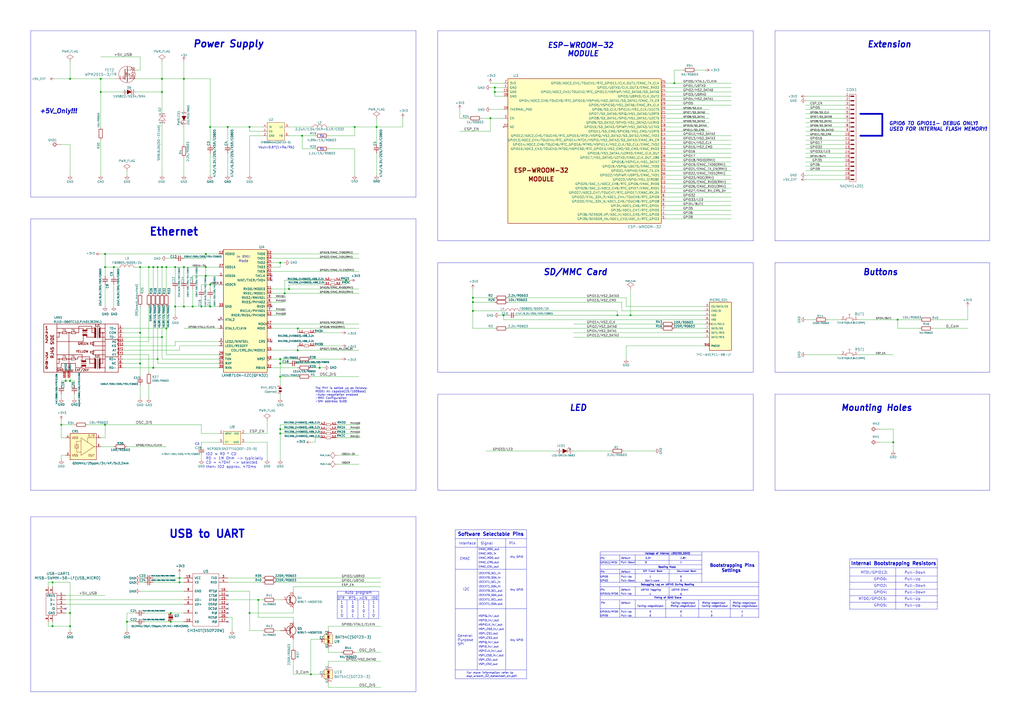
<source format=kicad_sch>
(kicad_sch (version 20230121) (generator eeschema)
  (paper "A2")
  (title_block (title "ESP32-GATEWAY_Rev_C") (company "OLIMEX LTD.") (comment 1 "https://www.olimex.com"))
  (junction (at 38.1 220.98))
  (junction (at 40.64 220.98))
  (junction (at 106.68 177.8))
  (junction (at 99.06 360.68))
  (junction (at 205.74 73.66))
  (junction (at 274.32 180.34))
  (junction (at 218.44 73.66))
  (junction (at 93.98 195.58))
  (junction (at 35.56 246.38))
  (junction (at 104.14 337.82))
  (junction (at 81.28 154.94))
  (junction (at 274.32 172.72))
  (junction (at 60.96 154.94))
  (junction (at 30.48 363.22))
  (junction (at 287.02 53.34))
  (junction (at 101.6 154.94))
  (junction (at 284.48 68.58))
  (junction (at 287.02 50.8))
  (junction (at 162.56 251.46))
  (junction (at 58.42 45.72))
  (junction (at 121.92 177.8))
  (junction (at 167.64 167.64))
  (junction (at 172.72 203.2))
  (junction (at 81.28 193.04))
  (junction (at 30.48 337.82))
  (junction (at 119.38 154.94))
  (junction (at 520.7 185.42))
  (junction (at 391.16 48.26))
  (junction (at 106.68 154.94))
  (junction (at 73.66 360.68))
  (junction (at 81.28 210.82))
  (junction (at 104.14 335.28))
  (junction (at 132.08 73.66))
  (junction (at 180.34 391.16))
  (junction (at 162.56 210.82))
  (junction (at 162.56 248.92))
  (junction (at 111.76 177.8))
  (junction (at 172.72 190.5))
  (junction (at 165.1 170.18))
  (junction (at 88.9 154.94))
  (junction (at 119.38 160.02))
  (junction (at 86.36 154.94))
  (junction (at 119.38 147.32))
  (junction (at 149.86 347.98))
  (junction (at 162.56 218.44))
  (junction (at 144.78 355.6))
  (junction (at 93.98 53.34))
  (junction (at 99.06 355.6))
  (junction (at 121.92 73.66))
  (junction (at 116.84 177.8))
  (junction (at 518.16 256.54))
  (junction (at 358.14 182.88))
  (junction (at 274.32 175.26))
  (junction (at 175.26 78.74))
  (junction (at 40.64 355.6))
  (junction (at 292.1 182.88))
  (junction (at 58.42 53.34))
  (junction (at 93.98 154.94))
  (junction (at 101.6 177.8))
  (junction (at 365.76 182.88))
  (junction (at 91.44 208.28))
  (junction (at 162.56 208.28))
  (junction (at 66.04 154.94))
  (junction (at 162.56 152.4))
  (junction (at 60.96 147.32))
  (junction (at 106.68 45.72))
  (junction (at 40.64 363.22))
  (junction (at 185.42 213.36))
  (junction (at 96.52 190.5))
  (junction (at 60.96 246.38))
  (junction (at 144.78 73.66))
  (junction (at 121.92 165.1))
  (junction (at 93.98 45.72))
  (junction (at 91.44 154.94))
  (junction (at 96.52 154.94))
  (junction (at 88.9 213.36))
  (junction (at 200.66 162.56))
  (junction (at 40.64 45.72))
  (no_connect (at 157.48 160.02))
  (no_connect (at 132.08 360.68))
  (no_connect (at 157.48 162.56))
  (no_connect (at 157.48 198.12))
  (no_connect (at 157.48 177.8))
  (no_connect (at 132.08 353.06))
  (no_connect (at 127 185.42))
  (no_connect (at 132.08 345.44))
  (no_connect (at 132.08 350.52))
  (no_connect (at 38.1 353.06))
  (no_connect (at 132.08 355.6))
  (polyline (pts (xy 17.78 284.48) (xy 241.3 284.48)))
  (wire (pts (xy 86.36 154.94) (xy 88.9 154.94)))
  (polyline (pts (xy 436.88 215.9) (xy 436.88 152.4)))
  (wire (pts (xy 386.08 114.3) (xy 424.18 114.3)))
  (wire (pts (xy 195.58 269.24) (xy 208.28 269.24)))
  (wire (pts (xy 358.14 180.34) (xy 358.14 182.88)))
  (wire (pts (xy 386.08 124.46) (xy 424.18 124.46)))
  (wire (pts (xy 38.1 264.16) (xy 35.56 264.16)))
  (wire (pts (xy 198.12 165.1) (xy 200.66 165.1)))
  (wire (pts (xy 121.92 73.66) (xy 132.08 73.66)))
  (wire (pts (xy 160.02 335.28) (xy 220.98 335.28)))
  (wire (pts (xy 287.02 172.72) (xy 274.32 172.72)))
  (wire (pts (xy 101.6 177.8) (xy 101.6 182.88)))
  (wire (pts (xy 391.16 48.26) (xy 424.18 48.26)))
  (wire (pts (xy 391.16 40.64) (xy 391.16 48.26)))
  (wire (pts (xy 73.66 360.68) (xy 73.66 365.76)))
  (wire (pts (xy 162.56 210.82) (xy 167.64 210.82)))
  (wire (pts (xy 292.1 63.5) (xy 284.48 63.5)))
  (wire (pts (xy 358.14 182.88) (xy 365.76 182.88)))
  (polyline (pts (xy 388.112 330.2) (xy 388.112 337.82)))
  (wire (pts (xy 274.32 180.34) (xy 274.32 190.5)))
  (polyline (pts (xy 449.58 284.48) (xy 449.58 228.6)))
  (wire (pts (xy 190.5 383.54) (xy 190.5 386.08)))
  (polyline (pts (xy 17.78 299.72) (xy 241.3 299.72)))
  (wire (pts (xy 83.82 360.68) (xy 99.06 360.68)))
  (wire (pts (xy 93.98 45.72) (xy 106.68 45.72)))
  (wire (pts (xy 185.42 213.36) (xy 187.96 213.36)))
  (wire (pts (xy 490.22 76.2) (xy 467.36 76.2)))
  (wire (pts (xy 96.52 177.8) (xy 96.52 190.5)))
  (polyline (pts (xy 17.78 127) (xy 241.3 127)))
  (polyline (pts (xy 241.3 284.48) (xy 241.3 127)))
  (wire (pts (xy 60.96 147.32) (xy 60.96 154.94)))
  (wire (pts (xy 386.08 73.66) (xy 411.48 73.66)))
  (wire (pts (xy 60.96 154.94) (xy 66.04 154.94)))
  (wire (pts (xy 180.34 391.16) (xy 185.42 391.16)))
  (wire (pts (xy 35.56 243.84) (xy 35.56 246.38)))
  (wire (pts (xy 175.26 78.74) (xy 182.88 78.74)))
  (polyline (pts (xy 499.11 66.04) (xy 511.81 66.04)) (stroke (width 1.016) (type solid)))
  (wire (pts (xy 541.02 185.42) (xy 561.34 185.42)))
  (wire (pts (xy 35.56 246.38) (xy 35.56 254)))
  (wire (pts (xy 195.58 248.92) (xy 208.28 248.92)))
  (wire (pts (xy 497.84 185.42) (xy 520.7 185.42)))
  (wire (pts (xy 408.94 187.96) (xy 391.16 187.96)))
  (wire (pts (xy 218.44 73.66) (xy 218.44 83.82)))
  (wire (pts (xy 40.64 45.72) (xy 58.42 45.72)))
  (wire (pts (xy 132.08 335.28) (xy 152.4 335.28)))
  (wire (pts (xy 170.18 355.6) (xy 144.78 355.6)))
  (wire (pts (xy 233.68 73.66) (xy 233.68 68.58)))
  (polyline (pts (xy 348.107 325.12) (xy 407.162 325.12)))
  (wire (pts (xy 40.64 218.44) (xy 40.64 220.98)))
  (wire (pts (xy 490.22 91.44) (xy 467.36 91.44)))
  (wire (pts (xy 190.5 398.78) (xy 220.98 398.78)))
  (wire (pts (xy 40.64 355.6) (xy 38.1 355.6)))
  (wire (pts (xy 190.5 398.78) (xy 190.5 396.24)))
  (polyline (pts (xy 449.58 228.6) (xy 574.04 228.6)))
  (wire (pts (xy 391.16 190.5) (xy 408.94 190.5)))
  (wire (pts (xy 360.68 175.26) (xy 360.68 180.34)))
  (wire (pts (xy 86.36 215.9) (xy 86.36 205.74)))
  (polyline (pts (xy 492.887 324.231) (xy 543.687 324.231)))
  (wire (pts (xy 81.28 40.64) (xy 81.28 33.02)))
  (polyline (pts (xy 195.58 347.98) (xy 219.71 347.98)))
  (wire (pts (xy 106.68 101.6) (xy 106.68 91.44)))
  (polyline (pts (xy 276.86 312.42) (xy 276.86 388.62)))
  (wire (pts (xy 467.36 185.42) (xy 472.44 185.42)))
  (wire (pts (xy 490.22 104.14) (xy 467.36 104.14)))
  (polyline (pts (xy 574.04 17.78) (xy 449.58 17.78)))
  (wire (pts (xy 205.74 86.36) (xy 190.5 86.36)))
  (wire (pts (xy 180.34 256.54) (xy 182.88 256.54)))
  (wire (pts (xy 78.74 360.68) (xy 73.66 360.68)))
  (wire (pts (xy 81.28 193.04) (xy 81.28 210.82)))
  (wire (pts (xy 78.74 355.6) (xy 73.66 355.6)))
  (wire (pts (xy 190.5 378.46) (xy 198.12 378.46)))
  (wire (pts (xy 132.08 73.66) (xy 144.78 73.66)))
  (wire (pts (xy 180.34 370.84) (xy 185.42 370.84)))
  (wire (pts (xy 40.64 83.82) (xy 35.56 83.82)))
  (wire (pts (xy 386.08 91.44) (xy 424.18 91.44)))
  (wire (pts (xy 157.48 175.26) (xy 165.1 175.26)))
  (wire (pts (xy 205.74 101.6) (xy 205.74 86.36)))
  (polyline (pts (xy 201.295 347.98) (xy 201.295 358.775)))
  (polyline (pts (xy 17.78 17.78) (xy 17.78 114.3)))
  (polyline (pts (xy 388.112 321.945) (xy 388.112 327.66)))
  (wire (pts (xy 106.68 167.64) (xy 106.68 177.8)))
  (wire (pts (xy 157.48 167.64) (xy 167.64 167.64)))
  (wire (pts (xy 149.86 347.98) (xy 152.4 347.98)))
  (wire (pts (xy 86.36 223.52) (xy 86.36 231.14)))
  (wire (pts (xy 195.58 254) (xy 208.28 254)))
  (wire (pts (xy 294.64 175.26) (xy 360.68 175.26)))
  (wire (pts (xy 190.5 363.22) (xy 220.98 363.22)))
  (polyline (pts (xy 305.435 307.34) (xy 305.435 393.7)))
  (polyline (pts (xy 264.16 353.06) (xy 305.435 353.06)))
  (wire (pts (xy 180.34 218.44) (xy 208.28 218.44)))
  (wire (pts (xy 88.9 177.8) (xy 88.9 213.36)))
  (wire (pts (xy 116.84 177.8) (xy 121.92 177.8)))
  (wire (pts (xy 127 198.12) (xy 101.6 198.12)))
  (wire (pts (xy 490.22 78.74) (xy 467.36 78.74)))
  (wire (pts (xy 218.44 68.58) (xy 218.44 73.66)))
  (wire (pts (xy 467.36 88.9) (xy 490.22 88.9)))
  (polyline (pts (xy 492.887 341.757) (xy 543.687 341.757)))
  (wire (pts (xy 127 251.46) (xy 116.84 251.46)))
  (wire (pts (xy 106.68 35.56) (xy 106.68 45.72)))
  (wire (pts (xy 170.18 391.16) (xy 180.34 391.16)))
  (polyline (pts (xy 254 17.78) (xy 254 139.7)))
  (wire (pts (xy 424.18 86.36) (xy 386.08 86.36)))
  (wire (pts (xy 287.02 55.88) (xy 292.1 55.88)))
  (wire (pts (xy 162.56 246.38) (xy 162.56 248.92)))
  (wire (pts (xy 386.08 58.42) (xy 424.18 58.42)))
  (wire (pts (xy 144.78 78.74) (xy 144.78 101.6)))
  (wire (pts (xy 518.16 248.92) (xy 518.16 256.54)))
  (wire (pts (xy 88.9 335.28) (xy 104.14 335.28)))
  (polyline (pts (xy 241.3 17.78) (xy 241.3 114.3)))
  (wire (pts (xy 30.48 337.82) (xy 40.64 337.82)))
  (wire (pts (xy 190.5 78.74) (xy 205.74 78.74)))
  (polyline (pts (xy 219.71 358.775) (xy 195.58 358.775)))
  (wire (pts (xy 119.38 154.94) (xy 119.38 160.02)))
  (wire (pts (xy 93.98 208.28) (xy 127 208.28)))
  (wire (pts (xy 58.42 45.72) (xy 58.42 53.34)))
  (wire (pts (xy 160.02 365.76) (xy 162.56 365.76)))
  (wire (pts (xy 408.94 185.42) (xy 292.1 185.42)))
  (wire (pts (xy 279.4 68.58) (xy 284.48 68.58)))
  (wire (pts (xy 38.1 220.98) (xy 40.64 220.98)))
  (polyline (pts (xy 436.88 228.6) (xy 436.88 284.48)))
  (wire (pts (xy 27.94 337.82) (xy 30.48 337.82)))
  (wire (pts (xy 96.52 190.5) (xy 96.52 205.74)))
  (wire (pts (xy 152.4 78.74) (xy 144.78 78.74)))
  (polyline (pts (xy 293.37 312.42) (xy 293.37 388.62)))
  (polyline (pts (xy 254 228.6) (xy 436.88 228.6)))
  (wire (pts (xy 96.52 190.5) (xy 71.12 190.5)))
  (polyline (pts (xy 348.107 330.2) (xy 407.162 330.2)))
  (wire (pts (xy 144.78 76.2) (xy 144.78 73.66)))
  (wire (pts (xy 60.96 154.94) (xy 60.96 160.02)))
  (polyline (pts (xy 348.107 358.14) (xy 440.182 358.14)))
  (wire (pts (xy 510.54 248.92) (xy 518.16 248.92)))
  (wire (pts (xy 157.48 157.48) (xy 208.28 157.48)))
  (wire (pts (xy 299.72 182.88) (xy 358.14 182.88)))
  (wire (pts (xy 294.64 190.5) (xy 383.54 190.5)))
  (polyline (pts (xy 440.182 358.14) (xy 440.182 320.04)))
  (wire (pts (xy 88.9 213.36) (xy 127 213.36)))
  (wire (pts (xy 121.92 167.64) (xy 121.92 165.1)))
  (wire (pts (xy 119.38 147.32) (xy 127 147.32)))
  (wire (pts (xy 185.42 248.92) (xy 162.56 248.92)))
  (wire (pts (xy 162.56 210.82) (xy 162.56 218.44)))
  (wire (pts (xy 386.08 111.76) (xy 424.18 111.76)))
  (wire (pts (xy 106.68 154.94) (xy 119.38 154.94)))
  (wire (pts (xy 180.34 391.16) (xy 180.34 370.84)))
  (wire (pts (xy 490.22 60.96) (xy 467.36 60.96)))
  (wire (pts (xy 31.75 45.72) (xy 40.64 45.72)))
  (wire (pts (xy 93.98 195.58) (xy 71.12 195.58)))
  (polyline (pts (xy 195.58 345.44) (xy 219.71 345.44)))
  (wire (pts (xy 38.1 218.44) (xy 38.1 220.98)))
  (wire (pts (xy 386.08 66.04) (xy 411.48 66.04)))
  (wire (pts (xy 386.08 68.58) (xy 411.48 68.58)))
  (wire (pts (xy 185.42 246.38) (xy 162.56 246.38)))
  (wire (pts (xy 86.36 170.18) (xy 86.36 154.94)))
  (polyline (pts (xy 368.427 347.98) (xy 368.427 358.14)))
  (polyline (pts (xy 348.107 347.98) (xy 440.182 347.98)))
  (wire (pts (xy 386.08 50.8) (xy 424.18 50.8)))
  (wire (pts (xy 386.08 76.2) (xy 411.48 76.2)))
  (wire (pts (xy 93.98 170.18) (xy 93.98 154.94)))
  (wire (pts (xy 266.7 63.5) (xy 266.7 68.58)))
  (wire (pts (xy 81.28 342.9) (xy 106.68 342.9)))
  (wire (pts (xy 132.08 88.9) (xy 132.08 101.6)))
  (wire (pts (xy 167.64 73.66) (xy 180.34 73.66)))
  (wire (pts (xy 96.52 259.08) (xy 73.66 259.08)))
  (wire (pts (xy 101.6 167.64) (xy 101.6 177.8)))
  (wire (pts (xy 190.5 375.92) (xy 190.5 378.46)))
  (wire (pts (xy 157.48 180.34) (xy 165.1 180.34)))
  (polyline (pts (xy 241.3 401.32) (xy 241.3 299.72)))
  (wire (pts (xy 490.22 63.5) (xy 467.36 63.5)))
  (polyline (pts (xy 254 139.7) (xy 436.88 139.7)))
  (wire (pts (xy 274.32 175.26) (xy 274.32 180.34)))
  (polyline (pts (xy 348.107 320.04) (xy 348.107 358.14)))
  (wire (pts (xy 116.84 259.08) (xy 116.84 256.54)))
  (wire (pts (xy 490.22 99.06) (xy 467.36 99.06)))
  (wire (pts (xy 266.7 68.58) (xy 271.78 68.58)))
  (polyline (pts (xy 348.107 340.36) (xy 440.182 340.36)))
  (wire (pts (xy 363.22 208.28) (xy 363.22 200.66)))
  (wire (pts (xy 111.76 177.8) (xy 116.84 177.8)))
  (polyline (pts (xy 386.207 347.98) (xy 386.207 358.14)))
  (wire (pts (xy 27.94 340.36) (xy 27.94 337.82)))
  (wire (pts (xy 332.74 193.04) (xy 408.94 193.04)))
  (wire (pts (xy 157.48 170.18) (xy 165.1 170.18)))
  (wire (pts (xy 132.08 358.14) (xy 134.62 358.14)))
  (wire (pts (xy 58.42 254) (xy 60.96 254)))
  (polyline (pts (xy 511.81 66.04) (xy 511.81 78.74)) (stroke (width 1.016) (type solid)))
  (wire (pts (xy 88.9 170.18) (xy 88.9 154.94)))
  (wire (pts (xy 170.18 358.14) (xy 149.86 358.14)))
  (polyline (pts (xy 492.887 329.311) (xy 543.687 329.311)))
  (wire (pts (xy 172.72 210.82) (xy 185.42 210.82)))
  (wire (pts (xy 386.08 101.6) (xy 424.18 101.6)))
  (wire (pts (xy 144.78 342.9) (xy 144.78 355.6)))
  (wire (pts (xy 160.02 337.82) (xy 220.98 337.82)))
  (wire (pts (xy 27.94 360.68) (xy 27.94 363.22)))
  (polyline (pts (xy 492.887 334.137) (xy 543.687 334.137)))
  (wire (pts (xy 106.68 162.56) (xy 106.68 154.94)))
  (wire (pts (xy 101.6 200.66) (xy 71.12 200.66)))
  (wire (pts (xy 81.28 33.02) (xy 58.42 33.02)))
  (polyline (pts (xy 254 284.48) (xy 254 228.6)))
  (wire (pts (xy 91.44 154.94) (xy 93.98 154.94)))
  (wire (pts (xy 58.42 53.34) (xy 58.42 73.66)))
  (wire (pts (xy 30.48 340.36) (xy 30.48 337.82)))
  (wire (pts (xy 127 200.66) (xy 104.14 200.66)))
  (wire (pts (xy 386.08 127) (xy 424.18 127)))
  (wire (pts (xy 218.44 88.9) (xy 218.44 101.6)))
  (wire (pts (xy 96.52 170.18) (xy 96.52 154.94)))
  (wire (pts (xy 386.08 106.68) (xy 424.18 106.68)))
  (wire (pts (xy 157.48 152.4) (xy 162.56 152.4)))
  (polyline (pts (xy 264.16 393.7) (xy 264.16 307.34)))
  (wire (pts (xy 71.12 213.36) (xy 88.9 213.36)))
  (wire (pts (xy 490.22 73.66) (xy 467.36 73.66)))
  (wire (pts (xy 104.14 332.74) (xy 104.14 335.28)))
  (wire (pts (xy 91.44 208.28) (xy 71.12 208.28)))
  (wire (pts (xy 386.08 60.96) (xy 424.18 60.96)))
  (wire (pts (xy 119.38 154.94) (xy 127 154.94)))
  (polyline (pts (xy 348.107 327.66) (xy 407.162 327.66)))
  (wire (pts (xy 132.08 337.82) (xy 152.4 337.82)))
  (wire (pts (xy 292.1 185.42) (xy 292.1 182.88)))
  (wire (pts (xy 490.22 71.12) (xy 467.36 71.12)))
  (wire (pts (xy 167.64 165.1) (xy 167.64 167.64)))
  (wire (pts (xy 154.94 251.46) (xy 154.94 243.84)))
  (wire (pts (xy 332.74 195.58) (xy 408.94 195.58)))
  (polyline (pts (xy 254 215.9) (xy 436.88 215.9)))
  (wire (pts (xy 106.68 45.72) (xy 106.68 63.5)))
  (wire (pts (xy 88.9 337.82) (xy 104.14 337.82)))
  (wire (pts (xy 386.08 81.28) (xy 424.18 81.28)))
  (wire (pts (xy 198.12 193.04) (xy 182.88 193.04)))
  (wire (pts (xy 490.22 58.42) (xy 467.36 58.42)))
  (wire (pts (xy 284.48 76.2) (xy 266.7 76.2)))
  (wire (pts (xy 165.1 162.56) (xy 165.1 170.18)))
  (wire (pts (xy 541.02 190.5) (xy 561.34 190.5)))
  (wire (pts (xy 101.6 154.94) (xy 106.68 154.94)))
  (polyline (pts (xy 449.58 215.9) (xy 574.04 215.9)))
  (wire (pts (xy 490.22 55.88) (xy 467.36 55.88)))
  (wire (pts (xy 104.14 200.66) (xy 104.14 203.2)))
  (polyline (pts (xy 493.141 337.693) (xy 543.687 337.693)))
  (wire (pts (xy 93.98 154.94) (xy 96.52 154.94)))
  (wire (pts (xy 172.72 213.36) (xy 157.48 213.36)))
  (wire (pts (xy 50.8 246.38) (xy 60.96 246.38)))
  (wire (pts (xy 170.18 340.36) (xy 220.98 340.36)))
  (wire (pts (xy 106.68 149.86) (xy 119.38 149.86)))
  (wire (pts (xy 386.08 71.12) (xy 411.48 71.12)))
  (wire (pts (xy 38.1 345.44) (xy 60.96 345.44)))
  (wire (pts (xy 396.24 40.64) (xy 391.16 40.64)))
  (wire (pts (xy 121.92 45.72) (xy 121.92 73.66)))
  (wire (pts (xy 162.56 251.46) (xy 162.56 266.7)))
  (wire (pts (xy 144.78 365.76) (xy 152.4 365.76)))
  (wire (pts (xy 83.82 335.28) (xy 81.28 335.28)))
  (wire (pts (xy 83.82 337.82) (xy 81.28 337.82)))
  (wire (pts (xy 363.22 177.8) (xy 363.22 172.72)))
  (wire (pts (xy 386.08 96.52) (xy 424.18 96.52)))
  (wire (pts (xy 81.28 154.94) (xy 86.36 154.94)))
  (wire (pts (xy 40.64 355.6) (xy 40.64 363.22)))
  (wire (pts (xy 58.42 101.6) (xy 58.42 81.28)))
  (wire (pts (xy 195.58 251.46) (xy 208.28 251.46)))
  (wire (pts (xy 142.24 251.46) (xy 154.94 251.46)))
  (wire (pts (xy 119.38 160.02) (xy 127 160.02)))
  (wire (pts (xy 66.04 160.02) (xy 66.04 154.94)))
  (polyline (pts (xy 423.672 347.98) (xy 423.672 358.14)))
  (wire (pts (xy 162.56 152.4) (xy 165.1 152.4)))
  (wire (pts (xy 104.14 203.2) (xy 71.12 203.2)))
  (polyline (pts (xy 348.107 345.44) (xy 440.182 345.44)))
  (wire (pts (xy 60.96 246.38) (xy 116.84 246.38)))
  (wire (pts (xy 467.36 205.74) (xy 487.68 205.74)))
  (polyline (pts (xy 219.71 342.9) (xy 195.58 342.9)))
  (wire (pts (xy 284.48 68.58) (xy 292.1 68.58)))
  (wire (pts (xy 78.74 154.94) (xy 81.28 154.94)))
  (wire (pts (xy 386.08 121.92) (xy 424.18 121.92)))
  (wire (pts (xy 195.58 246.38) (xy 208.28 246.38)))
  (wire (pts (xy 35.56 223.52) (xy 35.56 220.98)))
  (wire (pts (xy 284.48 50.8) (xy 287.02 50.8)))
  (wire (pts (xy 386.08 48.26) (xy 391.16 48.26)))
  (wire (pts (xy 363.22 200.66) (xy 408.94 200.66)))
  (wire (pts (xy 58.42 45.72) (xy 67.31 45.72)))
  (wire (pts (xy 205.74 73.66) (xy 218.44 73.66)))
  (wire (pts (xy 144.78 73.66) (xy 152.4 73.66)))
  (wire (pts (xy 81.28 210.82) (xy 71.12 210.82)))
  (wire (pts (xy 403.86 40.64) (xy 408.94 40.64)))
  (polyline (pts (xy 436.88 284.48) (xy 254 284.48)))
  (polyline (pts (xy 449.58 139.7) (xy 574.04 139.7)))
  (wire (pts (xy 106.68 45.72) (xy 121.92 45.72)))
  (wire (pts (xy 162.56 231.14) (xy 162.56 228.6)))
  (wire (pts (xy 167.64 78.74) (xy 175.26 78.74)))
  (wire (pts (xy 284.48 48.26) (xy 292.1 48.26)))
  (wire (pts (xy 157.48 149.86) (xy 208.28 149.86)))
  (wire (pts (xy 132.08 347.98) (xy 149.86 347.98)))
  (wire (pts (xy 386.08 99.06) (xy 424.18 99.06)))
  (wire (pts (xy 490.22 68.58) (xy 467.36 68.58)))
  (wire (pts (xy 162.56 248.92) (xy 162.56 251.46)))
  (wire (pts (xy 66.04 165.1) (xy 66.04 177.8)))
  (wire (pts (xy 360.68 180.34) (xy 408.94 180.34)))
  (wire (pts (xy 93.98 177.8) (xy 93.98 195.58)))
  (polyline (pts (xy 449.58 152.4) (xy 449.58 215.9)))
  (polyline (pts (xy 264.16 317.5) (xy 305.435 317.5)))
  (wire (pts (xy 520.7 185.42) (xy 533.4 185.42)))
  (polyline (pts (xy 17.78 17.78) (xy 241.3 17.78)))
  (wire (pts (xy 121.92 177.8) (xy 127 177.8)))
  (wire (pts (xy 292.1 182.88) (xy 294.64 182.88)))
  (wire (pts (xy 93.98 53.34) (xy 93.98 66.04)))
  (wire (pts (xy 170.18 353.06) (xy 170.18 355.6)))
  (wire (pts (xy 121.92 73.66) (xy 121.92 83.82)))
  (wire (pts (xy 162.56 218.44) (xy 162.56 223.52)))
  (wire (pts (xy 30.48 363.22) (xy 40.64 363.22)))
  (wire (pts (xy 152.4 76.2) (xy 144.78 76.2)))
  (wire (pts (xy 172.72 193.04) (xy 172.72 190.5)))
  (wire (pts (xy 157.48 208.28) (xy 162.56 208.28)))
  (polyline (pts (xy 405.257 347.98) (xy 405.257 358.14)))
  (polyline (pts (xy 493.141 345.567) (xy 543.687 345.567)))
  (wire (pts (xy 157.48 147.32) (xy 208.28 147.32)))
  (wire (pts (xy 386.08 119.38) (xy 424.18 119.38)))
  (wire (pts (xy 121.92 177.8) (xy 121.92 172.72)))
  (wire (pts (xy 187.96 165.1) (xy 167.64 165.1)))
  (wire (pts (xy 35.56 264.16) (xy 35.56 266.7)))
  (polyline (pts (xy 348.107 321.945) (xy 407.162 321.945)))
  (polyline (pts (xy 368.427 330.2) (xy 368.427 337.82)))
  (polyline (pts (xy 368.427 321.945) (xy 368.427 327.66)))
  (wire (pts (xy 81.28 210.82) (xy 81.28 218.44)))
  (wire (pts (xy 96.52 205.74) (xy 127 205.74)))
  (polyline (pts (xy 348.107 332.74) (xy 407.162 332.74)))
  (polyline (pts (xy 359.537 321.945) (xy 359.537 327.66)))
  (wire (pts (xy 180.34 213.36) (xy 185.42 213.36)))
  (wire (pts (xy 205.74 78.74) (xy 205.74 73.66)))
  (wire (pts (xy 274.32 190.5) (xy 287.02 190.5)))
  (wire (pts (xy 198.12 200.66) (xy 182.88 200.66)))
  (wire (pts (xy 510.54 256.54) (xy 518.16 256.54)))
  (polyline (pts (xy 17.78 299.72) (xy 17.78 401.32)))
  (wire (pts (xy 96.52 154.94) (xy 101.6 154.94)))
  (wire (pts (xy 60.96 165.1) (xy 60.96 177.8)))
  (wire (pts (xy 200.66 162.56) (xy 203.2 162.56)))
  (wire (pts (xy 182.88 254) (xy 185.42 254)))
  (wire (pts (xy 274.32 172.72) (xy 274.32 175.26)))
  (wire (pts (xy 175.26 86.36) (xy 182.88 86.36)))
  (wire (pts (xy 480.06 185.42) (xy 487.68 185.42)))
  (wire (pts (xy 66.04 259.08) (xy 58.42 259.08)))
  (wire (pts (xy 185.42 251.46) (xy 162.56 251.46)))
  (polyline (pts (xy 348.107 337.82) (xy 440.182 337.82)))
  (wire (pts (xy 383.54 187.96) (xy 332.74 187.96)))
  (wire (pts (xy 81.28 193.04) (xy 71.12 193.04)))
  (wire (pts (xy 187.96 162.56) (xy 165.1 162.56)))
  (wire (pts (xy 132.08 342.9) (xy 144.78 342.9)))
  (wire (pts (xy 99.06 355.6) (xy 106.68 355.6)))
  (wire (pts (xy 386.08 104.14) (xy 424.18 104.14)))
  (wire (pts (xy 172.72 200.66) (xy 172.72 203.2)))
  (wire (pts (xy 91.44 177.8) (xy 91.44 208.28)))
  (wire (pts (xy 175.26 78.74) (xy 175.26 86.36)))
  (wire (pts (xy 354.33 261.62) (xy 332.74 261.62)))
  (wire (pts (xy 88.9 154.94) (xy 91.44 154.94)))
  (wire (pts (xy 81.28 223.52) (xy 81.28 231.14)))
  (wire (pts (xy 93.98 101.6) (xy 93.98 71.12)))
  (wire (pts (xy 490.22 96.52) (xy 467.36 96.52)))
  (wire (pts (xy 518.16 205.74) (xy 497.84 205.74)))
  (polyline (pts (xy 368.427 340.36) (xy 368.427 345.44)))
  (wire (pts (xy 274.32 180.34) (xy 292.1 180.34)))
  (polyline (pts (xy 449.58 17.78) (xy 449.58 139.7)))
  (polyline (pts (xy 348.107 320.04) (xy 440.182 320.04)))
  (wire (pts (xy 490.22 66.04) (xy 467.36 66.04)))
  (wire (pts (xy 520.7 190.5) (xy 520.7 185.42)))
  (polyline (pts (xy 348.107 353.06) (xy 440.182 353.06)))
  (wire (pts (xy 35.56 220.98) (xy 38.1 220.98)))
  (wire (pts (xy 116.84 264.16) (xy 116.84 266.7)))
  (polyline (pts (xy 436.88 17.78) (xy 254 17.78)))
  (wire (pts (xy 104.14 337.82) (xy 106.68 337.82)))
  (wire (pts (xy 58.42 147.32) (xy 60.96 147.32)))
  (wire (pts (xy 386.08 55.88) (xy 424.18 55.88)))
  (polyline (pts (xy 305.435 393.7) (xy 264.16 393.7)))
  (wire (pts (xy 408.94 177.8) (xy 363.22 177.8)))
  (wire (pts (xy 91.44 208.28) (xy 91.44 210.82)))
  (polyline (pts (xy 359.537 340.36) (xy 359.537 345.44)))
  (polyline (pts (xy 264.16 330.2) (xy 305.435 330.2)))
  (wire (pts (xy 101.6 162.56) (xy 101.6 154.94)))
  (wire (pts (xy 71.12 53.34) (xy 58.42 53.34)))
  (wire (pts (xy 170.18 370.84) (xy 170.18 375.92)))
  (wire (pts (xy 43.18 228.6) (xy 43.18 231.14)))
  (polyline (pts (xy 574.04 215.9) (xy 574.04 152.4)))
  (wire (pts (xy 467.36 86.36) (xy 490.22 86.36)))
  (wire (pts (xy 60.96 254) (xy 60.96 246.38)))
  (wire (pts (xy 149.86 358.14) (xy 149.86 347.98)))
  (polyline (pts (xy 213.995 347.98) (xy 213.995 358.775)))
  (wire (pts (xy 104.14 335.28) (xy 106.68 335.28)))
  (wire (pts (xy 111.76 160.02) (xy 111.76 162.56)))
  (wire (pts (xy 73.66 101.6) (xy 73.66 99.06)))
  (wire (pts (xy 116.84 256.54) (xy 127 256.54)))
  (wire (pts (xy 386.08 109.22) (xy 424.18 109.22)))
  (wire (pts (xy 73.66 355.6) (xy 73.66 360.68)))
  (polyline (pts (xy 219.71 342.9) (xy 219.71 358.775)))
  (wire (pts (xy 38.1 350.52) (xy 106.68 350.52)))
  (wire (pts (xy 66.04 154.94) (xy 68.58 154.94)))
  (wire (pts (xy 287.02 50.8) (xy 292.1 50.8)))
  (wire (pts (xy 533.4 190.5) (xy 520.7 190.5)))
  (wire (pts (xy 30.48 360.68) (xy 30.48 363.22)))
  (wire (pts (xy 386.08 53.34) (xy 424.18 53.34)))
  (wire (pts (xy 101.6 198.12) (xy 101.6 200.66)))
  (wire (pts (xy 162.56 208.28) (xy 172.72 208.28)))
  (wire (pts (xy 111.76 160.02) (xy 119.38 160.02)))
  (wire (pts (xy 386.08 78.74) (xy 424.18 78.74)))
  (wire (pts (xy 93.98 195.58) (xy 93.98 208.28)))
  (wire (pts (xy 302.26 180.34) (xy 358.14 180.34)))
  (polyline (pts (xy 359.537 330.2) (xy 359.537 337.82)))
  (wire (pts (xy 157.48 154.94) (xy 162.56 154.94)))
  (wire (pts (xy 287.02 53.34) (xy 287.02 55.88)))
  (wire (pts (xy 35.56 228.6) (xy 35.56 231.14)))
  (wire (pts (xy 121.92 165.1) (xy 127 165.1)))
  (wire (pts (xy 91.44 170.18) (xy 91.44 154.94)))
  (wire (pts (xy 190.5 363.22) (xy 190.5 365.76)))
  (wire (pts (xy 27.94 363.22) (xy 30.48 363.22)))
  (polyline (pts (xy 17.78 401.32) (xy 241.3 401.32)))
  (wire (pts (xy 93.98 45.72) (xy 93.98 53.34)))
  (wire (pts (xy 165.1 170.18) (xy 208.28 170.18)))
  (wire (pts (xy 116.84 177.8) (xy 116.84 172.72)))
  (polyline (pts (xy 388.112 345.44) (xy 388.112 340.36)))
  (wire (pts (xy 386.08 93.98) (xy 424.18 93.98)))
  (wire (pts (xy 185.42 210.82) (xy 185.42 213.36)))
  (wire (pts (xy 132.08 73.66) (xy 132.08 83.82)))
  (wire (pts (xy 40.64 35.56) (xy 40.64 45.72)))
  (polyline (pts (xy 574.04 152.4) (xy 449.58 152.4)))
  (polyline (pts (xy 264.16 312.42) (xy 305.435 312.42)))
  (wire (pts (xy 121.92 88.9) (xy 121.92 101.6)))
  (wire (pts (xy 35.56 254) (xy 38.1 254)))
  (wire (pts (xy 116.84 251.46) (xy 116.84 246.38)))
  (wire (pts (xy 195.58 264.16) (xy 208.28 264.16)))
  (wire (pts (xy 157.48 203.2) (xy 172.72 203.2)))
  (wire (pts (xy 83.82 355.6) (xy 99.06 355.6)))
  (wire (pts (xy 93.98 35.56) (xy 93.98 45.72)))
  (polyline (pts (xy 359.537 347.98) (xy 359.537 358.14)))
  (wire (pts (xy 162.56 208.28) (xy 162.56 210.82)))
  (wire (pts (xy 365.76 182.88) (xy 408.94 182.88)))
  (polyline (pts (xy 436.88 17.78) (xy 436.88 139.7)))
  (wire (pts (xy 38.1 347.98) (xy 106.68 347.98)))
  (wire (pts (xy 81.28 170.18) (xy 81.28 154.94)))
  (wire (pts (xy 127 190.5) (xy 106.68 190.5)))
  (wire (pts (xy 157.48 182.88) (xy 165.1 182.88)))
  (wire (pts (xy 172.72 203.2) (xy 208.28 203.2)))
  (polyline (pts (xy 254 152.4) (xy 254 215.9)))
  (wire (pts (xy 200.66 165.1) (xy 200.66 162.56)))
  (wire (pts (xy 78.74 53.34) (xy 93.98 53.34)))
  (wire (pts (xy 99.06 360.68) (xy 106.68 360.68)))
  (polyline (pts (xy 574.04 139.7) (xy 574.04 17.78)))
  (wire (pts (xy 490.22 83.82) (xy 467.36 83.82)))
  (polyline (pts (xy 511.81 78.74) (xy 499.11 78.74)) (stroke (width 1.016) (type solid)))
  (wire (pts (xy 40.64 101.6) (xy 40.64 83.82)))
  (wire (pts (xy 106.68 73.66) (xy 106.68 83.82)))
  (wire (pts (xy 119.38 149.86) (xy 119.38 147.32)))
  (wire (pts (xy 116.84 165.1) (xy 116.84 167.64)))
  (wire (pts (xy 274.32 175.26) (xy 287.02 175.26)))
  (wire (pts (xy 274.32 167.64) (xy 274.32 172.72)))
  (wire (pts (xy 43.18 220.98) (xy 43.18 223.52)))
  (wire (pts (xy 218.44 73.66) (xy 233.68 73.66)))
  (wire (pts (xy 154.94 256.54) (xy 154.94 266.7)))
  (polyline (pts (xy 264.16 388.62) (xy 305.435 388.62)))
  (polyline (pts (xy 574.04 284.48) (xy 574.04 228.6)))
  (wire (pts (xy 190.5 383.54) (xy 220.98 383.54)))
  (polyline (pts (xy 264.16 307.34) (xy 305.435 307.34)))
  (polyline (pts (xy 543.687 324.231) (xy 543.687 353.441)))
  (polyline (pts (xy 207.645 347.98) (xy 207.645 358.775)))
  (wire (pts (xy 104.14 335.28) (xy 104.14 337.82)))
  (polyline (pts (xy 519.557 329.311) (xy 519.557 353.441)))
  (polyline (pts (xy 407.162 337.82) (xy 407.162 320.04)))
  (wire (pts (xy 157.48 172.72) (xy 165.1 172.72)))
  (wire (pts (xy 386.08 88.9) (xy 424.18 88.9)))
  (wire (pts (xy 101.6 149.86) (xy 96.52 149.86)))
  (wire (pts (xy 322.58 261.62) (xy 281.94 261.62)))
  (wire (pts (xy 172.72 190.5) (xy 208.28 190.5)))
  (wire (pts (xy 182.88 256.54) (xy 182.88 254)))
  (wire (pts (xy 86.36 205.74) (xy 71.12 205.74)))
  (wire (pts (xy 363.22 172.72) (xy 294.64 172.72)))
  (polyline (pts (xy 436.88 152.4) (xy 254 152.4)))
  (wire (pts (xy 167.64 167.64) (xy 208.28 167.64)))
  (wire (pts (xy 157.48 187.96) (xy 208.28 187.96)))
  (polyline (pts (xy 195.58 342.9) (xy 195.58 358.775)))
  (wire (pts (xy 205.74 378.46) (xy 220.98 378.46)))
  (wire (pts (xy 518.16 256.54) (xy 518.16 261.62)))
  (wire (pts (xy 289.56 182.88) (xy 292.1 182.88)))
  (wire (pts (xy 116.84 165.1) (xy 121.92 165.1)))
  (polyline (pts (xy 492.887 324.231) (xy 492.887 353.441)))
  (wire (pts (xy 162.56 154.94) (xy 162.56 152.4)))
  (wire (pts (xy 170.18 342.9) (xy 170.18 340.36)))
  (wire (pts (xy 81.28 40.64) (xy 78.74 40.64)))
  (wire (pts (xy 292.1 53.34) (xy 287.02 53.34)))
  (wire (pts (xy 386.08 63.5) (xy 411.48 63.5)))
  (wire (pts (xy 172.72 218.44) (xy 162.56 218.44)))
  (wire (pts (xy 490.22 81.28) (xy 467.36 81.28)))
  (wire (pts (xy 284.48 68.58) (xy 284.48 76.2)))
  (wire (pts (xy 144.78 355.6) (xy 144.78 365.76)))
  (wire (pts (xy 386.08 116.84) (xy 424.18 116.84)))
  (wire (pts (xy 60.96 147.32) (xy 119.38 147.32)))
  (wire (pts (xy 561.34 185.42) (xy 561.34 177.8)))
  (polyline (pts (xy 492.887 353.314) (xy 543.687 353.314)))
  (wire (pts (xy 134.62 358.14) (xy 134.62 365.76)))
  (wire (pts (xy 386.08 83.82) (xy 424.18 83.82)))
  (wire (pts (xy 490.22 93.98) (xy 467.36 93.98)))
  (wire (pts (xy 142.24 256.54) (xy 154.94 256.54)))
  (wire (pts (xy 198.12 162.56) (xy 200.66 162.56)))
  (polyline (pts (xy 492.887 349.377) (xy 543.687 349.377)))
  (wire (pts (xy 157.48 190.5) (xy 172.72 190.5)))
  (wire (pts (xy 86.36 198.12) (xy 86.36 177.8)))
  (wire (pts (xy 160.02 347.98) (xy 162.56 347.98)))
  (wire (pts (xy 40.64 337.82) (xy 40.64 355.6)))
  (polyline (pts (xy 17.78 127) (xy 17.78 284.48)))
  (wire (pts (xy 111.76 167.64) (xy 111.76 177.8)))
  (polyline (pts (xy 449.58 284.48) (xy 574.04 284.48)))
  (wire (pts (xy 43.18 246.38) (xy 35.56 246.38)))
  (wire (pts (xy 81.28 177.8) (xy 81.28 193.04)))
  (wire (pts (xy 190.5 73.66) (xy 205.74 73.66)))
  (polyline (pts (xy 17.78 114.3) (xy 241.3 114.3)))
  (wire (pts (xy 106.68 177.8) (xy 111.76 177.8)))
  (wire (pts (xy 78.74 45.72) (xy 93.98 45.72)))
  (wire (pts (xy 101.6 177.8) (xy 106.68 177.8)))
  (wire (pts (xy 71.12 198.12) (xy 86.36 198.12)))
  (wire (pts (xy 361.95 261.62) (xy 379.73 261.62)))
  (wire (pts (xy 198.12 208.28) (xy 180.34 208.28)))
  (wire (pts (xy 490.22 101.6) (xy 467.36 101.6)))
  (wire (pts (xy 91.44 210.82) (xy 127 210.82)))
  (wire (pts (xy 40.64 363.22) (xy 40.64 365.76)))
  (wire (pts (xy 365.76 167.64) (xy 365.76 182.88)))
  (wire (pts (xy 170.18 360.68) (xy 170.18 358.14)))
  (wire (pts (xy 287.02 50.8) (xy 287.02 53.34)))
  (wire (pts (xy 40.64 220.98) (xy 43.18 220.98)))
  (wire (pts (xy 170.18 383.54) (xy 170.18 391.16)))
  (text "GPIO4:" (at 506.857 344.551 0) (effects (font (size 1.4986 1.4986)) (justify left bottom)))
  (text "Software Selectable Pins" (at 265.43 311.15 0) (effects (font (size 2.0066 2.0066) (thickness 0.4013) bold) (justify left bottom)))
  (text "EMAC_MDI_in" (at 277.495 321.945 0) (effects (font (size 1.0922 1.0922)) (justify left bottom)))
  (text "0" (at 376.682 357.886 0) (effects (font (size 0.9906 0.9906)) (justify left bottom)))
  (text "1" (at 430.022 355.6 0) (effects (font (size 0.9906 0.9906)) (justify left bottom)))
  (text "HSPICLK_in/_out" (at 277.495 363.22 0) (effects (font (size 1.0922 1.0922)) (justify left bottom)))
  (text "GPIO15/MTDO" (at 348.234 355.6 0) (effects (font (size 0.9906 0.9906)) (justify left bottom)))
  (text "Pull-Up" (at 360.172 357.886 0) (effects (font (size 0.9906 0.9906)) (justify left bottom)))
  (text "1" (at 215.9 355.6 0) (effects (font (size 1.524 1.524)) (justify left bottom)))
  (text "0" (at 197.485 353.06 0) (effects (font (size 1.524 1.524)) (justify left bottom)))
  (text "1" (at 210.185 350.52 0) (effects (font (size 1.524 1.524)) (justify left bottom)))
  (text "GPIO12/MTDI" (at 348.234 327.152 0) (effects (font (size 0.9906 0.9906)) (justify left bottom)))
  (text "GPIO2" (at 348.234 337.566 0) (effects (font (size 0.9906 0.9906)) (justify left bottom)))
  (text "EMAC_COL_out" (at 277.495 329.565 0) (effects (font (size 1.0922 1.0922)) (justify left bottom)))
  (text "Pull-Down" (at 524.637 344.551 0) (effects (font (size 1.4986 1.4986)) (justify left bottom)))
  (text "0" (at 412.242 357.886 0) (effects (font (size 0.9906 0.9906)) (justify left bottom)))
  (text "Download Boot" (at 392.557 332.105 0) (effects (font (size 0.9906 0.9906) italic) (justify left bottom)))
  (text "MTDO/GPIO15:" (at 497.967 348.361 0) (effects (font (size 1.4986 1.4986)) (justify left bottom)))
  (text "0" (at 203.835 353.06 0) (effects (font (size 1.524 1.524)) (justify left bottom)))
  (text "EMAC_MDO_out" (at 277.495 324.485 0) (effects (font (size 1.0922 1.0922)) (justify left bottom)))
  (text "For more information refer to \nesp_wroom_32_datasheet_en.pdf." (at 270.51 393.065 0) (effects (font (size 1.1938 1.1938) italic) (justify left bottom)))
  (text "Signal" (at 278.765 316.23 0) (effects (font (size 1.4986 1.4986)) (justify left bottom)))
  (text "I2CEXT0_SCL_out" (at 277.495 343.535 0) (effects (font (size 1.0922 1.0922)) (justify left bottom)))
  (text "0" (at 394.462 345.44 0) (effects (font (size 0.9906 0.9906)) (justify left bottom)))
  (text "3.3V" (at 374.142 324.485 0) (effects (font (size 0.9906 0.9906) italic) (justify left bottom)))
  (text "HSPI_CS0_in/_out" (at 277.495 365.76 0) (effects (font (size 1.0922 1.0922)) (justify left bottom)))
  (text "ESP-WROOM-32\n     MODULE" (at 317.5 33.02 0) (effects (font (size 2.9972 2.9972) (thickness 0.5994) bold italic) (justify left bottom)))
  (text "Pin" (at 348.488 350.52 0) (effects (font (size 0.9906 0.9906) italic) (justify left bottom)))
  (text "Interface" (at 266.065 316.23 0) (effects (font (size 1.4986 1.4986)) (justify left bottom)))
  (text "EMAC_MDC_out" (at 277.495 319.405 0) (effects (font (size 1.0922 1.0922)) (justify left bottom)))
  (text "Pin" (at 348.234 332.486 0) (effects (font (size 0.9906 0.9906) italic) (justify left bottom)))
  (text "SD/MMC Card" (at 314.96 160.02 0) (effects (font (size 3.5052 3.5052) (thickness 0.701) bold italic) (justify left bottom)))
  (text "VSPI_CS0_in/_out" (at 277.495 381 0) (effects (font (size 1.0922 1.0922)) (justify left bottom)))
  (text "VSPIQ_in/_out" (at 277.495 373.38 0) (effects (font (size 1.0922 1.0922)) (justify left bottom)))
  (text "Vout=0.6*(1+Ra/Rb)" (at 149.86 86.36 0) (effects (font (size 1.2954 1.2954)) (justify left bottom)))
  (text "Ra" (at 185.42 79.756 0) (effects (font (size 1.2954 1.2954)) (justify left bottom)))
  (text "1" (at 197.485 350.52 0) (effects (font (size 1.524 1.524)) (justify left bottom)))
  (text "Pull-Up" (at 360.172 345.186 0) (effects (font (size 0.9906 0.9906)) (justify left bottom)))
  (text "GPIO0" (at 348.234 335.28 0) (effects (font (size 0.9906 0.9906)) (justify left bottom)))
  (text "VSPID_in/_out" (at 277.495 375.92 0) (effects (font (size 1.0922 1.0922)) (justify left bottom)))
  (text "Pin" (at 348.234 324.612 0) (effects (font (size 0.9906 0.9906) italic) (justify left bottom)))
  (text "0" (at 374.142 327.025 0) (effects (font (size 0.9906 0.9906)) (justify left bottom)))
  (text "Pin" (at 348.234 342.9 0) (effects (font (size 0.9906 0.9906) italic) (justify left bottom)))
  (text "Don't-care" (at 374.142 337.566 0) (effects (font (size 0.9906 0.9906)) (justify left bottom)))
  (text "VSPICLK_in/_out" (at 277.495 378.46 0) (effects (font (size 1.0922 1.0922)) (justify left bottom)))
  (text "0" (at 394.462 337.566 0) (effects (font (size 0.9906 0.9906)) (justify left bottom)))
  (text "HSPID_in/_out" (at 277.495 360.68 0) (effects (font (size 1.0922 1.0922)) (justify left bottom)))
  (text "1" (at 197.485 355.6 0) (effects (font (size 1.524 1.524)) (justify left bottom)))
  (text "I2CEXT0_SCL_in" (at 277.495 333.375 0) (effects (font (size 1.0922 1.0922)) (justify left bottom)))
  (text "Extension" (at 502.92 27.94 0) (effects (font (size 3.5052 3.5052) (thickness 0.701) bold italic) (justify left bottom)))
  (text "Mounting Holes" (at 487.68 238.76 0) (effects (font (size 3.5052 3.5052) (thickness 0.701) bold italic) (justify left bottom)))
  (text "Voltage of Internal LDO(VDD_SDIO)" (at 374.142 321.818 0) (effects (font (size 0.9906 0.9906) (thickness 0.1981) bold) (justify left bottom)))
  (text "1" (at 376.682 345.44 0) (effects (font (size 0.9906 0.9906)) (justify left bottom)))
  (text "Bootstrapping Pins \n     Settings" (at 411.607 332.105 0) (effects (font (size 1.8034 1.8034) (thickness 0.3607) bold) (justify left bottom)))
  (text "Any GPIO" (at 295.91 323.85 0) (effects (font (size 1.0922 1.0922)) (justify left bottom)))
  (text "CD" (at 113.03 258.445 0) (effects (font (size 1.27 1.27)) (justify left bottom)))
  (text "Power Supply" (at 111.76 27.94 0) (effects (font (size 3.9878 3.9878) (thickness 0.7976) bold italic) (justify left bottom)))
  (text "1.8V" (at 394.462 324.485 0) (effects (font (size 0.9906 0.9906) italic) (justify left bottom)))
  (text "VSPI_CS1_out" (at 277.495 383.54 0) (effects (font (size 1.0922 1.0922)) (justify left bottom)))
  (text "Timing of SDIO Slave" (at 379.222 347.472 0) (effects (font (size 0.9906 0.9906) (thickness 0.1981) bold) (justify left bottom)))
  (text "Pin" (at 295.275 316.23 0) (effects (font (size 1.4986 1.4986)) (justify left bottom)))
  (text "0" (at 210.185 355.6 0) (effects (font (size 1.524 1.524)) (justify left bottom)))
  (text "Falling-edge:Output" (at 369.57 352.298 0) (effects (font (size 0.9906 0.9906) italic) (justify left bottom)))
  (text "Rising-edge:Output" (at 424.688 352.298 0) (effects (font (size 0.9906 0.9906) italic) (justify left bottom)))
  (text "GPIO2:" (at 506.857 340.741 0) (effects (font (size 1.4986 1.4986)) (justify left bottom)))
  (text "Internal Bootstrapping Resistors" (at 493.522 328.168 0) (effects (font (size 2.0066 2.0066) (thickness 0.4013) bold) (justify left bottom)))
  (text "Any GPIO" (at 295.91 342.9 0) (effects (font (size 1.0922 1.0922)) (justify left bottom)))
  (text "I2CEXT1_SDA_out" (at 277.495 351.155 0) (effects (font (size 1.0922 1.0922)) (justify left bottom)))
  (text "0" (at 203.835 355.6 0) (effects (font (size 1.524 1.524)) (justify left bottom)))
  (text "Buttons" (at 500.38 160.02 0) (effects (font (size 3.5052 3.5052) (thickness 0.701) bold italic) (justify left bottom)))
  (text "0" (at 394.462 335.28 0) (effects (font (size 0.9906 0.9906)) (justify left bottom)))
  (text "In RMII\n Mode\n" (at 137.16 152.4 0) (effects (font (size 1.4986 1.4986)) (justify left bottom)))
  (text "HSPI_CS1_out" (at 277.495 368.3 0) (effects (font (size 1.0922 1.0922)) (justify left bottom)))
  (text "1" (at 394.462 327.025 0) (effects (font (size 0.9906 0.9906)) (justify left bottom)))
  (text "I2CEXT1_SDA_in" (at 277.495 340.995 0) (effects (font (size 1.0922 1.0922)) (justify left bottom)))
  (text "1" (at 394.462 357.886 0) (effects (font (size 0.9906 0.9906)) (justify left bottom)))
  (text "Default" (at 360.172 332.486 0) (effects (font (size 0.9906 0.9906) italic) (justify left bottom)))
  (text "1" (at 215.9 353.06 0) (effects (font (size 1.524 1.524)) (justify left bottom)))
  (text "LED" (at 330.2 238.76 0) (effects (font (size 3.5052 3.5052) (thickness 0.701) bold italic) (justify left bottom)))
  (text "Falling-edge:Input" (at 389.128 350.52 0) (effects (font (size 0.9906 0.9906) italic) (justify left bottom)))
  (text "GPIO5" (at 348.234 357.886 0) (effects (font (size 0.9906 0.9906)) (justify left bottom)))
  (text "1" (at 376.682 335.28 0) (effects (font (size 0.9906 0.9906)) (justify left bottom)))
  (text "Debugging Log on U0TXD During Booting" (at 371.602 339.852 0) (effects (font (size 0.9906 0.9906) (thickness 0.1981) bold) (justify left bottom)))
  (text "0" (at 215.9 358.14 0) (effects (font (size 1.524 1.524)) (justify left bottom)))
  (text "I2CEXT1_SCL_out" (at 277.495 348.615 0) (effects (font (size 1.0922 1.0922)) (justify left bottom)))
  (text "Pull-Down" (at 524.637 340.741 0) (effects (font (size 1.4986 1.4986)) (justify left bottom)))
  (text "1" (at 203.835 358.14 0) (effects (font (size 1.524 1.524)) (justify left bottom)))
  (text "VSPI_CS2_out" (at 277.495 386.08 0) (effects (font (size 1.0922 1.0922)) (justify left bottom)))
  (text "EMAC" (at 266.7 325.12 0) (effects (font (size 1.4986 1.4986)) (justify left bottom)))
  (text "Booting Mode" (at 381.762 329.692 0) (effects (font (size 0.9906 0.9906) (thickness 0.1981) bold) (justify left bottom)))
  (text "Pull-Up" (at 524.637 336.931 0) (effects (font (size 1.4986 1.4986)) (justify left bottom)))
  (text "0" (at 197.485 358.14 0) (effects (font (size 1.524 1.524)) (justify left bottom)))
  (text "Ethernet" (at 86.36 137.16 0) (effects (font (size 4.4958 4.4958) (thickness 0.8992) bold) (justify left bottom)))
  (text "1" (at 203.835 350.52 0) (effects (font (size 1.524 1.524)) (justify left bottom)))
  (text "Default" (at 360.172 324.485 0) (effects (font (size 0.9906 0.9906) italic) (justify left bottom)))
  (text "U0TXD Toggling" (at 371.602 342.9 0) (effects (font (size 0.9906 0.9906) italic) (justify left bottom)))
  (text "Default" (at 360.172 350.52 0) (effects (font (size 0.9906 0.9906) italic) (justify left bottom)))
  (text "SPI Flash Boot" (at 372.872 332.105 0) (effects (font (size 0.9906 0.9906) italic) (justify left bottom)))
  (text "Rb" (at 185.42 87.376 0) (effects (font (size 1.2954 1.2954)) (justify left bottom)))
  (text "1" (at 215.9 350.52 0) (effects (font (size 1.524 1.524)) (justify left bottom)))
  (text "0" (at 376.682 355.6 0) (effects (font (size 0.9906 0.9906)) (justify left bottom)))
  (text "HSPIQ_in/_out" (at 277.495 358.14 0) (effects (font (size 1.0922 1.0922)) (justify left bottom)))
  (text "GPIO15/MTDO" (at 348.234 345.186 0) (effects (font (size 0.9906 0.9906)) (justify left bottom)))
  (text "1" (at 412.242 355.6 0) (effects (font (size 0.9906 0.9906)) (justify left bottom)))
  (text "GPIO5:" (at 506.857 352.171 0) (effects (font (size 1.4986 1.4986)) (justify left bottom)))
  (text "General\nPurpose\nSPI" (at 265.43 374.65 0) (effects (font (size 1.4986 1.4986)) (justify left bottom)))
  (text "EMAC_CRS_out" (at 277.495 327.025 0) (effects (font (size 1.0922 1.0922)) (justify left bottom)))
  (text "Pull-Down" (at 360.172 327.025 0) (effects (font (size 0.9906 0.9906)) (justify left bottom)))
  (text "USB to UART" (at 97.79 312.42 0) (effects (font (size 4.4958 4.4958) (thickness 0.8992) bold) (justify left bottom)))
  (text "Pull-Up" (at 360.172 335.28 0) (effects (font (size 0.9906 0.9906)) (justify left bottom)))
  (text "Default" (at 360.172 342.9 0) (effects (font (size 0.9906 0.9906) italic) (justify left bottom)))
  (text "tD2 ≈ RD * CD\nRD = 1M Ohm -> typiclally\nCD = 470nF -> selected\nthen: tD2 approx. 470ms" (at 119.38 271.78 0) (effects (font (size 1.524 1.524)) (justify left bottom)))
  (text "DTR  RTS->EN  IO0" (at 195.58 347.98 0) (effects (font (size 1.524 1.524)) (justify left bottom)))
  (text "Pull-Down" (at 360.172 337.566 0) (effects (font (size 0.9906 0.9906)) (justify left bottom)))
  (text "GPIO6 TO GPIO11- DEBUG ONLY!\nUSED FOR INTERNAL FLASH MEMORY!" (at 515.62 76.2 0) (effects (font (size 2.032 2.032) (thickness 0.4064) bold italic) (justify left bottom)))
  (text "I2CEXT0_SDA_out" (at 277.495 346.075 0) (effects (font (size 1.0922 1.0922)) (justify left bottom)))
  (text "Rising-edge:Input" (at 407.162 350.52 0) (effects (font (size 0.9906 0.9906) italic) (justify left bottom)))
  (text "1" (at 210.185 358.14 0) (effects (font (size 1.524 1.524)) (justify left bottom)))
  (text "The PHY is setted up as follows:\nMODE: All capable(10/100Base)\n-Auto-negotiation enabled\n-RMII Configuration\n-SMI address: 0x00" (at 182.88 233.68 0) (effects (font (size 1.1938 1.1938)) (justify left bottom)))
  (text "I2C" (at 268.605 342.9 0) (effects (font (size 1.4986 1.4986)) (justify left bottom)))
  (text "Pull-Down" (at 524.637 333.121 0) (effects (font (size 1.4986 1.4986)) (justify left bottom)))
  (text "Any GPIO" (at 295.91 372.11 0) (effects (font (size 1.0922 1.0922)) (justify left bottom)))
  (text "Auto program\n" (at 200.025 344.805 0) (effects (font (size 1.524 1.524)) (justify left bottom)))
  (text "+5V_Only!!!" (at 22.86 66.04 0) (effects (font (size 2.54 2.54) (thickness 0.508) bold italic) (justify left bottom)))
  (text "Rising-edge:Output" (at 388.874 352.298 0) (effects (font (size 0.9906 0.9906) italic) (justify left bottom)))
  (text "0" (at 394.462 355.6 0) (effects (font (size 0.9906 0.9906)) (justify left bottom)))
  (text "I2CEXT1_SCL_in" (at 277.495 338.455 0) (effects (font (size 1.0922 1.0922)) (justify left bottom)))
  (text "I2CEXT0_SDA_in" (at 277.495 335.915 0) (effects (font (size 1.0922 1.0922)) (justify left bottom)))
  (text "Pull-Up" (at 360.172 355.6 0) (effects (font (size 0.9906 0.9906)) (justify left bottom)))
  (text "MTDI/GPIO12:" (at 499.237 333.121 0) (effects (font (size 1.4986 1.4986)) (justify left bottom)))
  (text "1" (at 430.022 357.886 0) (effects (font (size 0.9906 0.9906)) (justify left bottom)))
  (text "1" (at 210.185 353.06 0) (effects (font (size 1.524 1.524)) (justify left bottom)))
  (text "GPIO0:" (at 506.857 336.931 0) (effects (font (size 1.4986 1.4986)) (justify left bottom)))
  (text "U0TXD Silent" (at 389.382 342.9 0) (effects (font (size 0.9906 0.9906) italic) (justify left bottom)))
  (text "Rising-edge:Input" (at 424.942 350.52 0) (effects (font (size 0.9906 0.9906) italic) (justify left bottom)))
  (text "Pull-Up" (at 524.637 348.361 0) (effects (font (size 1.4986 1.4986)) (justify left bottom)))
  (text "Falling-edge:Output" (at 406.908 352.298 0) (effects (font (size 0.9906 0.9906) italic) (justify left bottom)))
  (text "HSPI_CS2_out" (at 277.495 370.84 0) (effects (font (size 1.0922 1.0922)) (justify left bottom)))
  (text "Pull-Up" (at 524.637 352.171 0) (effects (font (size 1.4986 1.4986)) (justify left bottom)))
  (label "PHYAD1" (at 160.02 180.34 0) (effects (font (size 0.9906 0.9906))))
  (label "+5V_USB" (at 66.04 33.02 0) (effects (font (size 1.524 1.524))))
  (label "GPIO13/HS2_DATA3" (at 396.24 81.28 0))
  (label "VDD1A-2A" (at 119.38 154.94 180) (effects (font (size 0.9906 0.9906))))
  (label "GPIO2/HS2_DATA0" (at 396.24 53.34 0))
  (label "GPIO19/EMAC_TXD0(RMII)" (at 396.24 96.52 0))
  (label "VDD1A-2A" (at 198.12 264.16 0) (effects (font (size 0.9906 0.9906))))
  (label "GPIO17" (at 469.9 83.82 0))
  (label "GPIO15/HS2_CMD" (at 396.24 86.36 0))
  (label "GPIO0/XTAL1/CLKIN" (at 396.24 48.26 0))
  (label "GPIO14/HS2_CLK" (at 340.36 187.96 0))
  (label "PHYAD2" (at 203.2 251.46 0) (effects (font (size 0.9906 0.9906))))
  (label "GPIO33/LED" (at 469.9 88.9 0))
  (label "GPIO22/EMAC_TXD1(RMII)" (at 396.24 101.6 0))
  (label "ESP_EN" (at 144.78 251.46 0) (effects (font (size 1.524 1.524))))
  (label "GPIO3/U0RXD" (at 198.12 335.28 0))
  (label "GPIO8/SD_DATA1" (at 396.24 68.58 0) (effects (font (size 0.9906 0.9906))))
  (label "GPIO14/HS2_CLK" (at 396.24 83.82 0))
  (label "GPIO33/LED" (at 396.24 116.84 0))
  (label "GPI36" (at 396.24 124.46 0))
  (label "GPIO27/EMAC_RX_CRS_DV" (at 396.24 111.76 0))
  (label "GPIO6/SD_CLK" (at 396.24 63.5 0) (effects (font (size 0.9906 0.9906))))
  (label "GPIO32" (at 396.24 114.3 0))
  (label "GPIO22/EMAC_TXD1(RMII)" (at 185.42 149.86 0) (effects (font (size 0.9906 0.9906))))
  (label "GPIO8/SD_DATA1" (at 469.9 71.12 0) (effects (font (size 0.9906 0.9906))))
  (label "PHYAD2" (at 160.02 175.26 0) (effects (font (size 0.9906 0.9906))))
  (label "ESP_EN" (at 469.9 60.96 0))
  (label "GPIO27/EMAC_RX_CRS_DV" (at 185.42 203.2 0) (effects (font (size 0.9906 0.9906))))
  (label "GPIO11/SD_CMD" (at 469.9 78.74 0) (effects (font (size 0.9906 0.9906))))
  (label "GPIO9/SD_DATA2" (at 396.24 71.12 0) (effects (font (size 0.9906 0.9906))))
  (label "GPIO1/U0TXD" (at 198.12 337.82 0))
  (label "GPIO21/EMAC_TX_EN(RMII)" (at 396.24 99.06 0))
  (label "GPIO26/EMAC_RXD1(RMII)" (at 396.24 109.22 0))
  (label "GPIO19/EMAC_TXD0(RMII)" (at 185.42 147.32 0) (effects (font (size 0.9906 0.9906))))
  (label "GPIO7/SD_DATA0" (at 469.9 68.58 0) (effects (font (size 0.9906 0.9906))))
  (label "GPIO2/HS2_DATA0" (at 340.36 190.5 0))
  (label "GPIO10/SD_DATA3" (at 469.9 76.2 0) (effects (font (size 0.9906 0.9906))))
  (label "GPIO16" (at 469.9 81.28 0))
  (label "GPIO26/EMAC_RXD1(RMII)" (at 185.42 170.18 0) (effects (font (size 0.9906 0.9906))))
  (label "OSC_DIS" (at 78.74 246.38 0) (effects (font (size 1.524 1.524))))
  (label "GPI34/BUT1" (at 396.24 119.38 0))
  (label "GPI39" (at 396.24 127 0))
  (label "GPIO16" (at 396.24 88.9 0))
  (label "GPIO10/SD_DATA3" (at 396.24 73.66 0) (effects (font (size 0.9906 0.9906))))
  (label "GPIO0/XTAL1/CLKIN" (at 109.22 190.5 0) (effects (font (size 0.9906 0.9906))))
  (label "GPIO23/MDC(RMII)" (at 396.24 104.14 0))
  (label "GPIO23/MDC(RMII)" (at 185.42 187.96 0) (effects (font (size 0.9906 0.9906))))
  (label "GPI34/BUT1" (at 469.9 91.44 0) (effects (font (size 0.9906 0.9906))))
  (label "GPIO4/HS2_DATA1" (at 340.36 193.04 0))
  (label "GPIO25/EMAC_RXD0(RMII)" (at 396.24 106.68 0))
  (label "GPIO32" (at 469.9 86.36 0))
  (label "GPIO6/SD_CLK" (at 469.9 66.04 0) (effects (font (size 0.9906 0.9906))))
  (label "PHYAD0" (at 160.02 182.88 0) (effects (font (size 0.9906 0.9906))))
  (label "GPIO18/MDIO(RMII)" (at 396.24 93.98 0))
  (label "GPIO15/HS2_CMD" (at 340.36 175.26 0))
  (label "GPIO13/HS2_DATA3" (at 340.36 172.72 0))
  (label "GPIO0/XTAL1/CLKIN" (at 78.74 259.08 0) (effects (font (size 0.9906 0.9906))))
  (label "ESP_EN" (at 508 205.74 0) (effects (font (size 0.9906 0.9906))))
  (label "GPI36" (at 469.9 96.52 0))
  (label "GPIO11/SD_CMD" (at 396.24 76.2 0) (effects (font (size 0.9906 0.9906))))
  (label "GPIO3/U0RXD" (at 396.24 55.88 0))
  (label "GPIO17" (at 396.24 91.44 0))
  (label "GPI39" (at 469.9 99.06 0))
  (label "GPIO18/MDIO(RMII)" (at 185.42 190.5 0) (effects (font (size 0.9906 0.9906))))
  (label "RMIISEL" (at 160.02 172.72 0) (effects (font (size 0.9906 0.9906))))
  (label "GPIO0/XTAL1/CLKIN" (at 198.12 363.22 0))
  (label "RMIISEL" (at 203.2 254 0) (effects (font (size 0.9906 0.9906))))
  (label "GPIO5" (at 469.9 63.5 0))
  (label "OSC_DIS" (at 185.42 218.44 0) (effects (font (size 1.524 1.524))))
  (label "GPIO21/EMAC_TX_EN(RMII)" (at 185.42 157.48 0) (effects (font (size 0.9906 0.9906))))
  (label "OSC_DIS" (at 208.28 378.46 0) (effects (font (size 1.524 1.524))))
  (label "ESP_EN" (at 198.12 340.36 0))
  (label "GPI35" (at 396.24 121.92 0))
  (label "GPI34/BUT1" (at 508 185.42 0) (effects (font (size 0.9906 0.9906))))
  (label "+5V_USB" (at 45.72 345.44 0) (effects (font (size 1.524 1.524))))
  (label "PHYAD0" (at 203.2 246.38 0) (effects (font (size 0.9906 0.9906))))
  (label "D_Com" (at 171.45 391.16 0) (effects (font (size 1.524 1.524))))
  (label "GPIO12/HS2_DATA2" (at 396.24 78.74 0))
  (label "GPIO33/LED" (at 285.75 261.62 0))
  (label "GPIO7/SD_DATA0" (at 396.24 66.04 0) (effects (font (size 0.9906 0.9906))))
  (label "PHYAD1" (at 203.2 248.92 0) (effects (font (size 0.9906 0.9906))))
  (label "GPIO12/HS2_DATA2" (at 340.36 195.58 0))
  (label "OSC_DIS" (at 208.28 398.78 0) (effects (font (size 1.524 1.524))))
  (label "GPI35" (at 471.17 93.98 0))
  (label "GPIO9/SD_DATA2" (at 469.9 73.66 0) (effects (font (size 0.9906 0.9906))))
  (label "GPIO2/HS2_DATA0" (at 200.66 383.54 0))
  (label "ESP_EN" (at 269.24 76.2 0) (effects (font (size 1.524 1.524))))
  (label "VDDCR" (at 198.12 269.24 0) (effects (font (size 0.9906 0.9906))))
  (label "VDDCR" (at 121.92 165.1 0) (effects (font (size 0.9906 0.9906))))
  (label "GPIO4/HS2_DATA1" (at 396.24 58.42 0))
  (label "GPIO1/U0TXD" (at 396.24 50.8 0))
  (label "D_Com" (at 548.64 190.5 0) (effects (font (size 1.524 1.524))))
  (label "GPIO5" (at 396.24 60.96 0))
  (label "GPIO25/EMAC_RXD0(RMII)" (at 185.42 167.64 0) (effects (font (size 0.9906 0.9906))))
  (symbol (lib_id "ESP32-GATEWAY_Rev_C-rescue:GND-OLIMEX_Power") (at 40.64 101.6 0) (unit 1)
    (property "Reference" "#PWR05" (effects hide))
    (property "Value" "GND" (at 40.64 105.41 0))
  )
  (symbol (lib_id "ESP32-GATEWAY_Rev_C-rescue:TESTPAD-OLIMEX_OTHER") (at 33.02 83.82 180) (unit 1)
    (property "Reference" "GND1" (at 30.48 81.28 0))
    (property "Value" "TESTPAD" (effects hide))
    (property "Footprint" "OLIMEX_Other-FP:TESTPAD_40-ROUND" (effects hide))
    (property "Fieldname 1" "Value 1" (effects hide))
    (property "Fieldname2" "Value2" (effects hide))
    (property "Fieldname3" "Value3" (effects hide))
  )
  (symbol (lib_id "ESP32-GATEWAY_Rev_C-rescue:PWR_FLAG-OLIMEX_Power") (at 73.66 99.06 0) (unit 1)
    (property "Reference" "#FLG02" (effects hide))
    (property "Value" "PWR_FLAG" (at 73.66 93.3704 0))
  )
  (symbol (lib_id "ESP32-GATEWAY_Rev_C-rescue:GND-OLIMEX_Power") (at 73.66 101.6 0) (unit 1)
    (property "Reference" "#PWR012" (effects hide))
    (property "Value" "GND" (at 73.66 105.41 0))
  )
  (symbol (lib_id "ESP32-GATEWAY_Rev_C-rescue:SMBJ6.0A-OLIMEX_Diodes") (at 93.98 68.58 90) (unit 1)
    (property "Reference" "D2" (at 92.71 62.23 0) (effects (justify right)))
    (property "Value" "SMBJ6.0A(DO-214AA)" (at 92.075 72.39 0) (effects (justify right)))
    (property "Footprint" "OLIMEX_Diodes-FP:DO214AA_1(K)-2(A)" (effects hide))
    (property "Fieldname 1" "Value 1" (effects hide))
    (property "Fieldname2" "Value2" (effects hide))
    (property "Fieldname3" "Value3" (effects hide))
  )
  (symbol (lib_id "ESP32-GATEWAY_Rev_C-rescue:PWR_FLAG-OLIMEX_Power") (at 93.98 35.56 0) (unit 1)
    (property "Reference" "#FLG03" (effects hide))
    (property "Value" "PWR_FLAG" (at 93.98 29.8704 0))
  )
  (symbol (lib_id "ESP32-GATEWAY_Rev_C-rescue:+5V-OLIMEX_Power") (at 106.68 35.56 0) (unit 1)
    (property "Reference" "#PWR023" (effects hide))
    (property "Value" "+5V" (at 106.68 32.004 0))
  )
  (symbol (lib_id "ESP32-GATEWAY_Rev_C-rescue:R-OLIMEX_RCL") (at 106.68 87.63 270) (unit 1)
    (property "Reference" "R4" (at 104.648 86.868 0) (effects (justify left)))
    (property "Value" "2.2k/R0603" (at 108.966 82.042 0) (effects (justify left)))
    (property "Footprint" "OLIMEX_RLC-FP:R_0603_5MIL_DWS" (effects hide))
    (property "Fieldname 1" "Value 1" (effects hide))
    (property "Fieldname2" "Value2" (effects hide))
    (property "Fieldname3" "Value3" (effects hide))
  )
  (symbol (lib_id "ESP32-GATEWAY_Rev_C-rescue:LED-OLIMEX_Diodes") (at 106.68 68.58 90) (unit 1)
    (property "Reference" "PWRLED1" (at 103.632 64.008 0) (effects (justify right)))
    (property "Value" "LED/RED/0603" (at 109.22 60.96 0) (effects (font (size 0.9906 0.9906)) (justify right)))
    (property "Footprint" "OLIMEX_LEDs-FP:LED_0603_KA" (effects hide))
    (property "Fieldname 1" "Value 1" (effects hide))
    (property "Fieldname2" "Value2" (effects hide))
    (property "Fieldname3" "Value3" (effects hide))
  )
  (symbol (lib_id "ESP32-GATEWAY_Rev_C-rescue:GND-OLIMEX_Power") (at 106.68 101.6 0) (unit 1)
    (property "Reference" "#PWR024" (effects hide))
    (property "Value" "GND" (at 106.68 105.41 0))
  )
  (symbol (lib_id "ESP32-GATEWAY_Rev_C-rescue:GND-OLIMEX_Power") (at 93.98 101.6 0) (unit 1)
    (property "Reference" "#PWR019" (effects hide))
    (property "Value" "GND" (at 93.726 105.41 0))
  )
  (symbol (lib_id "ESP32-GATEWAY_Rev_C-rescue:GND-OLIMEX_Power") (at 132.08 101.6 0) (unit 1)
    (property "Reference" "#PWR027" (effects hide))
    (property "Value" "GND" (at 132.08 105.41 0))
  )
  (symbol (lib_id "ESP32-GATEWAY_Rev_C-rescue:SY8009AAAC(SOT23-5)-OLIMEX_IC") (at 160.02 76.2 0) (unit 1)
    (property "Reference" "U2" (at 157.226 69.342 0))
    (property "Value" "SY8089AAAC(SOT23-5)" (at 160.02 82.55 0) (effects (font (size 0.9906 0.9906))))
    (property "Footprint" "OLIMEX_Regulators-FP:SOT-23-5" (effects hide))
    (property "Fieldname 1" "Value 1" (effects hide))
    (property "Fieldname2" "Value2" (effects hide))
    (property "Fieldname3" "Value3" (effects hide))
  )
  (symbol (lib_id "ESP32-GATEWAY_Rev_C-rescue:R-OLIMEX_RCL") (at 186.69 78.74 0) (unit 1)
    (property "Reference" "R19" (at 181.61 77.47 0))
    (property "Value" "4.99k/1%/R0603" (at 186.69 81.28 0))
    (property "Footprint" "OLIMEX_RLC-FP:R_0603_5MIL_DWS" (effects hide))
    (property "Fieldname 1" "Value 1" (effects hide))
    (property "Fieldname2" "Value2" (effects hide))
    (property "Fieldname3" "Value3" (effects hide))
  )
  (symbol (lib_id "ESP32-GATEWAY_Rev_C-rescue:R-OLIMEX_RCL") (at 186.69 86.36 0) (unit 1)
    (property "Reference" "R20" (at 181.61 85.09 0))
    (property "Value" "1.1k/1%/R0603" (at 186.69 88.9 0))
    (property "Footprint" "OLIMEX_RLC-FP:R_0603_5MIL_DWS" (effects hide))
    (property "Fieldname 1" "Value 1" (effects hide))
    (property "Fieldname2" "Value2" (effects hide))
    (property "Fieldname3" "Value3" (effects hide))
  )
  (symbol (lib_id "ESP32-GATEWAY_Rev_C-rescue:GND-OLIMEX_Power") (at 218.44 101.6 0) (unit 1)
    (property "Reference" "#PWR041" (effects hide))
    (property "Value" "GND" (at 218.44 105.156 0))
  )
  (symbol (lib_id "ESP32-GATEWAY_Rev_C-rescue:GND-OLIMEX_Power") (at 205.74 101.6 0) (unit 1)
    (property "Reference" "#PWR040" (effects hide))
    (property "Value" "GND" (at 205.74 105.156 0))
  )
  (symbol (lib_id "ESP32-GATEWAY_Rev_C-rescue:+3.3V-OLIMEX_Power") (at 233.68 68.58 0) (unit 1)
    (property "Reference" "#PWR042" (effects hide))
    (property "Value" "+3.3V" (at 234.061 64.1858 0))
  )
  (symbol (lib_id "ESP32-GATEWAY_Rev_C-rescue:PWR_FLAG-OLIMEX_Power") (at 218.44 68.58 0) (unit 1)
    (property "Reference" "#FLG07" (effects hide))
    (property "Value" "PWR_FLAG" (at 218.44 63.5 0))
  )
  (symbol (lib_id "ESP32-GATEWAY_Rev_C-rescue:GND-OLIMEX_Power") (at 144.78 101.6 0) (unit 1)
    (property "Reference" "#PWR029" (effects hide))
    (property "Value" "GND" (at 144.78 105.41 0))
  )
  (symbol (lib_id "ESP32-GATEWAY_Rev_C-rescue:SIDE_WTCM-TR(3x4)-OLIMEX_Buttons") (at 492.76 185.42 0) (mirror y) (unit 1)
    (property "Reference" "BUT1" (at 501.65 182.118 0) (effects (font (size 1.524 1.524)) (justify left)))
    (property "Value" "T1107A(6x3,8x2,5MM)" (at 501.904 187.198 0) (effects (font (size 0.9906 0.9906)) (justify left)))
    (property "Footprint" "OLIMEX_Buttons-FP:T1107A(6x3,8x2,5MM)" (effects hide))
    (property "Fieldname 1" "Value 1" (effects hide))
    (property "Fieldname2" "Value2" (effects hide))
    (property "Fieldname3" "Value3" (effects hide))
  )
  (symbol (lib_id "ESP32-GATEWAY_Rev_C-rescue:SIDE_WTCM-TR(3x4)-OLIMEX_Buttons") (at 492.76 205.74 0) (mirror y) (unit 1)
    (property "Reference" "RST1" (at 501.65 202.692 0) (effects (font (size 1.524 1.524)) (justify left)))
    (property "Value" "T1107A(6x3,8x2,5MM)" (at 501.904 207.772 0) (effects (font (size 0.9906 0.9906)) (justify left)))
    (property "Footprint" "OLIMEX_Buttons-FP:T1107A(6x3,8x2,5MM)" (effects hide))
    (property "Fieldname 1" "Value 1" (effects hide))
    (property "Fieldname2" "Value2" (effects hide))
    (property "Fieldname3" "Value3" (effects hide))
  )
  (symbol (lib_id "ESP32-GATEWAY_Rev_C-rescue:R-OLIMEX_RCL") (at 476.25 185.42 180) (unit 1)
    (property "Reference" "R14" (at 477.774 183.388 0) (effects (justify left)))
    (property "Value" "220R/R0603" (at 481.076 187.452 0) (effects (font (size 0.9906 0.9906)) (justify left)))
    (property "Footprint" "OLIMEX_RLC-FP:R_0603_5MIL_DWS" (effects hide))
    (property "Fieldname 1" "Value 1" (effects hide))
    (property "Fieldname2" "Value2" (effects hide))
    (property "Fieldname3" "Value3" (effects hide))
  )
  (symbol (lib_id "ESP32-GATEWAY_Rev_C-rescue:GND-OLIMEX_Power") (at 467.36 185.42 270) (unit 1)
    (property "Reference" "#PWR052" (effects hide))
    (property "Value" "GND" (at 463.55 185.42 0))
  )
  (symbol (lib_id "ESP32-GATEWAY_Rev_C-rescue:GND-OLIMEX_Power") (at 467.36 205.74 270) (unit 1)
    (property "Reference" "#PWR053" (effects hide))
    (property "Value" "GND" (at 463.55 205.74 0))
  )
  (symbol (lib_id "ESP32-GATEWAY_Rev_C-rescue:C-OLIMEX_RCL") (at 81.28 220.98 0) (unit 1)
    (property "Reference" "C11" (at 77.47 219.202 0) (effects (justify left)))
    (property "Value" "100nF/50V/20%/Y5V/C0603" (at 58.166 222.758 0) (effects (font (size 0.9906 0.9906)) (justify left)))
    (property "Footprint" "OLIMEX_RLC-FP:C_0603_5MIL_DWS" (effects hide))
    (property "Fieldname 1" "Value 1" (effects hide))
    (property "Fieldname2" "Value2" (effects hide))
    (property "Fieldname3" "Value3" (effects hide))
  )
  (symbol (lib_id "ESP32-GATEWAY_Rev_C-rescue:GND-OLIMEX_Power") (at 81.28 231.14 0) (unit 1)
    (property "Reference" "#PWR014" (effects hide))
    (property "Value" "GND" (at 81.28 234.95 0))
  )
  (symbol (lib_id "ESP32-GATEWAY_Rev_C-rescue:R-OLIMEX_RCL") (at 86.36 173.99 270) (unit 1)
    (property "Reference" "R26" (at 87.63 166.878 0) (effects (justify left)))
    (property "Value" "330R/R0603" (at 87.376 176.784 0) (effects (font (size 0.9906 0.9906)) (justify left)))
    (property "Footprint" "OLIMEX_RLC-FP:R_0603_5MIL_DWS" (effects hide))
    (property "Fieldname 1" "Value 1" (effects hide))
    (property "Fieldname2" "Value2" (effects hide))
    (property "Fieldname3" "Value3" (effects hide))
  )
  (symbol (lib_id "ESP32-GATEWAY_Rev_C-rescue:R-OLIMEX_RCL") (at 88.9 173.99 270) (unit 1)
    (property "Reference" "R28" (at 90.17 166.878 0) (effects (justify left)))
    (property "Value" "49.9R/1%/R0603" (at 89.916 176.784 0) (effects (font (size 0.9906 0.9906)) (justify left)))
    (property "Footprint" "OLIMEX_RLC-FP:R_0603_5MIL_DWS" (effects hide))
    (property "Fieldname 1" "Value 1" (effects hide))
    (property "Fieldname2" "Value2" (effects hide))
    (property "Fieldname3" "Value3" (effects hide))
  )
  (symbol (lib_id "ESP32-GATEWAY_Rev_C-rescue:R-OLIMEX_RCL") (at 91.44 173.99 270) (unit 1)
    (property "Reference" "R31" (at 92.71 166.878 0) (effects (justify left)))
    (property "Value" "49.9R/1%/R0603" (at 92.456 176.784 0) (effects (font (size 0.9906 0.9906)) (justify left)))
    (property "Footprint" "OLIMEX_RLC-FP:R_0603_5MIL_DWS" (effects hide))
    (property "Fieldname 1" "Value 1" (effects hide))
    (property "Fieldname2" "Value2" (effects hide))
    (property "Fieldname3" "Value3" (effects hide))
  )
  (symbol (lib_id "ESP32-GATEWAY_Rev_C-rescue:R-OLIMEX_RCL") (at 93.98 173.99 270) (unit 1)
    (property "Reference" "R32" (at 95.25 166.878 0) (effects (justify left)))
    (property "Value" "49.9R/1%/R0603" (at 94.996 176.784 0) (effects (font (size 0.9906 0.9906)) (justify left)))
    (property "Footprint" "OLIMEX_RLC-FP:R_0603_5MIL_DWS" (effects hide))
    (property "Fieldname 1" "Value 1" (effects hide))
    (property "Fieldname2" "Value2" (effects hide))
    (property "Fieldname3" "Value3" (effects hide))
  )
  (symbol (lib_id "ESP32-GATEWAY_Rev_C-rescue:R-OLIMEX_RCL") (at 96.52 173.99 270) (unit 1)
    (property "Reference" "R33" (at 98.044 166.878 0) (effects (justify left)))
    (property "Value" "49.9R/1%/R0603" (at 97.536 176.784 0) (effects (font (size 0.9906 0.9906)) (justify left)))
    (property "Footprint" "OLIMEX_RLC-FP:R_0603_5MIL_DWS" (effects hide))
    (property "Fieldname 1" "Value 1" (effects hide))
    (property "Fieldname2" "Value2" (effects hide))
    (property "Fieldname3" "Value3" (effects hide))
  )
  (symbol (lib_id "ESP32-GATEWAY_Rev_C-rescue:C-OLIMEX_RCL") (at 121.92 170.18 0) (unit 1)
    (property "Reference" "C17" (at 121.158 177.546 90) (effects (justify left)))
    (property "Value" "100nF/50V/20%/Y5V/C0603" (at 124.46 177.8 90) (effects (font (size 0.7874 0.7874)) (justify left)))
    (property "Footprint" "OLIMEX_RLC-FP:C_0603_5MIL_DWS" (effects hide))
    (property "Fieldname 1" "Value 1" (effects hide))
    (property "Fieldname2" "Value2" (effects hide))
    (property "Fieldname3" "Value3" (effects hide))
  )
  (symbol (lib_id "ESP32-GATEWAY_Rev_C-rescue:C-OLIMEX_RCL") (at 116.84 170.18 0) (unit 1)
    (property "Reference" "C16" (at 115.824 177.546 90) (effects (justify left)))
    (property "Value" "2.2uF/6.3V/10%/X5R/C0603" (at 119.126 178.054 90) (effects (font (size 0.7874 0.7874)) (justify left)))
    (property "Footprint" "OLIMEX_RLC-FP:C_0603_5MIL_DWS" (effects hide))
    (property "Fieldname 1" "Value 1" (effects hide))
    (property "Fieldname2" "Value2" (effects hide))
    (property "Fieldname3" "Value3" (effects hide))
  )
  (symbol (lib_id "ESP32-GATEWAY_Rev_C-rescue:GND-OLIMEX_Power") (at 121.92 101.6 0) (unit 1)
    (property "Reference" "#PWR026" (effects hide))
    (property "Value" "GND" (at 121.92 105.41 0))
  )
  (symbol (lib_id "ESP32-GATEWAY_Rev_C-rescue:C-OLIMEX_RCL") (at 111.76 165.1 0) (unit 1)
    (property "Reference" "C15" (at 110.998 164.338 90) (effects (justify left)))
    (property "Value" "100nF/50V/20%/Y5V/C0603" (at 114.046 172.466 90) (effects (font (size 0.7874 0.7874)) (justify left)))
    (property "Footprint" "OLIMEX_RLC-FP:C_0603_5MIL_DWS" (effects hide))
    (property "Fieldname 1" "Value 1" (effects hide))
    (property "Fieldname2" "Value2" (effects hide))
    (property "Fieldname3" "Value3" (effects hide))
  )
  (symbol (lib_id "ESP32-GATEWAY_Rev_C-rescue:C-OLIMEX_RCL") (at 106.68 165.1 0) (unit 1)
    (property "Reference" "C14" (at 105.918 164.338 90) (effects (justify left)))
    (property "Value" "100nF/50V/20%/Y5V/C0603" (at 108.966 172.466 90) (effects (font (size 0.7874 0.7874)) (justify left)))
    (property "Footprint" "OLIMEX_RLC-FP:C_0603_5MIL_DWS" (effects hide))
    (property "Fieldname 1" "Value 1" (effects hide))
    (property "Fieldname2" "Value2" (effects hide))
    (property "Fieldname3" "Value3" (effects hide))
  )
  (symbol (lib_id "ESP32-GATEWAY_Rev_C-rescue:C-OLIMEX_RCL") (at 101.6 165.1 0) (unit 1)
    (property "Reference" "C12" (at 100.584 164.338 90) (effects (justify left)))
    (property "Value" "22uF/6.3V/20%/X5R/C0603" (at 103.886 172.466 90) (effects (font (size 0.7874 0.7874)) (justify left)))
    (property "Footprint" "OLIMEX_RLC-FP:C_0603_5MIL_DWS" (effects hide))
    (property "Fieldname 1" "Value 1" (effects hide))
    (property "Fieldname2" "Value2" (effects hide))
    (property "Fieldname3" "Value3" (effects hide))
  )
  (symbol (lib_id "ESP32-GATEWAY_Rev_C-rescue:+3.3V-OLIMEX_Power") (at 284.48 48.26 0) (unit 1)
    (property "Reference" "#PWR045" (effects hide))
    (property "Value" "+3.3V" (at 284.861 43.8658 0))
  )
  (symbol (lib_id "ESP32-GATEWAY_Rev_C-rescue:GND-OLIMEX_Power") (at 284.48 50.8 270) (unit 1)
    (property "Reference" "#PWR046" (effects hide))
    (property "Value" "GND" (at 281.2288 50.927 90) (effects (justify right)))
  )
  (symbol (lib_id "ESP32-GATEWAY_Rev_C-rescue:GND-OLIMEX_Power") (at 284.48 63.5 270) (unit 1)
    (property "Reference" "#PWR047" (effects hide))
    (property "Value" "GND" (at 281.2288 63.627 90) (effects (justify right)))
  )
  (symbol (lib_id "ESP32-GATEWAY_Rev_C-rescue:GND-OLIMEX_Power") (at 101.6 182.88 0) (unit 1)
    (property "Reference" "#PWR021" (effects hide))
    (property "Value" "GND" (at 101.727 187.2742 0))
  )
  (symbol (lib_id "ESP32-GATEWAY_Rev_C-rescue:+3.3V-OLIMEX_Power") (at 266.7 63.5 0) (unit 1)
    (property "Reference" "#PWR043" (effects hide))
    (property "Value" "+3.3V" (at 264.16 59.69 0) (effects (justify left)))
  )
  (symbol (lib_id "ESP32-GATEWAY_Rev_C-rescue:R-OLIMEX_RCL") (at 86.36 219.71 270) (unit 1)
    (property "Reference" "R27" (at 88.138 218.7448 90) (effects (justify left)))
    (property "Value" "330R/R0603" (at 88.138 220.853 90) (effects (font (size 0.9906 0.9906)) (justify left)))
    (property "Footprint" "OLIMEX_RLC-FP:R_0603_5MIL_DWS" (effects hide))
    (property "Fieldname 1" "Value 1" (effects hide))
    (property "Fieldname2" "Value2" (effects hide))
    (property "Fieldname3" "Value3" (effects hide))
  )
  (symbol (lib_id "ESP32-GATEWAY_Rev_C-rescue:GND-OLIMEX_Power") (at 86.36 231.14 0) (unit 1)
    (property "Reference" "#PWR018" (effects hide))
    (property "Value" "GND" (at 86.36 234.95 0))
  )
  (symbol (lib_id "ESP32-GATEWAY_Rev_C-rescue:LAN8710A-EZC(QFN32)-OLIMEX_IC") (at 142.24 180.34 0) (unit 1)
    (property "Reference" "U4" (at 151.892 143.256 0) (effects (font (size 1.524 1.524))))
    (property "Value" "LAN8710A-EZC(QFN32)" (at 141.986 217.678 0) (effects (font (size 1.524 1.524))))
    (property "Footprint" "OLIMEX_IC-FP:QFN32_EP(33)_5.00x5.00x0.90mm_Pitch_0.50mm" (effects hide))
    (property "Fieldname 1" "Value 1" (effects hide))
    (property "Fieldname2" "Value2" (effects hide))
    (property "Fieldname3" "Value3" (effects hide))
  )
  (symbol (lib_id "ESP32-GATEWAY_Rev_C-rescue:Oscillator-100MHZ_TXC-7W-OLIMEX_Devices") (at 48.26 259.08 0) (unit 1)
    (property "Reference" "CR1" (at 43.688 250.19 0))
    (property "Value" "Q50MHz/25ppm/3V/4P/5x3.2mm" (at 58.42 268.732 0))
    (property "Footprint" "OLIMEX_Crystal-FP:5032-4P_HCX-3S" (effects hide))
    (property "Fieldname 1" "Value 1" (effects hide))
    (property "Fieldname2" "Value2" (effects hide))
    (property "Fieldname3" "Value3" (effects hide))
  )
  (symbol (lib_id "ESP32-GATEWAY_Rev_C-rescue:+3.3V-OLIMEX_Power") (at 35.56 243.84 0) (unit 1)
    (property "Reference" "#PWR03" (effects hide))
    (property "Value" "+3.3V" (at 35.941 239.4458 0))
  )
  (symbol (lib_id "ESP32-GATEWAY_Rev_C-rescue:R-OLIMEX_RCL") (at 46.99 246.38 0) (unit 1)
    (property "Reference" "R34" (at 41.148 245.364 0))
    (property "Value" "10k/R0603" (at 57.15 245.11 0))
    (property "Footprint" "OLIMEX_RLC-FP:R_0603_5MIL_DWS" (effects hide))
    (property "Fieldname 1" "Value 1" (effects hide))
    (property "Fieldname2" "Value2" (effects hide))
    (property "Fieldname3" "Value3" (effects hide))
  )
  (symbol (lib_id "ESP32-GATEWAY_Rev_C-rescue:R-OLIMEX_RCL") (at 69.85 259.08 0) (unit 1)
    (property "Reference" "R36" (at 69.85 257.175 0))
    (property "Value" "10R/R0603" (at 69.85 260.985 0))
    (property "Footprint" "OLIMEX_RLC-FP:R_0603_5MIL_DWS" (effects hide))
    (property "Fieldname 1" "Value 1" (effects hide))
    (property "Fieldname2" "Value2" (effects hide))
    (property "Fieldname3" "Value3" (effects hide))
  )
  (symbol (lib_id "ESP32-GATEWAY_Rev_C-rescue:MICRO_SD(TFC-WXCP11-08-LF)-OLIMEX_Connectors") (at 421.64 187.96 0) (unit 1)
    (property "Reference" "MICRO_SD1" (at 411.48 173.99 0) (effects (justify left)))
    (property "Value" "TFC-WXCP11-08-LF" (at 403.86 205.74 0) (effects (justify left)))
    (property "Footprint" "OLIMEX_Connectors-FP:TFC-WXCP11-08-LF" (effects hide))
    (property "Fieldname 1" "Value 1" (effects hide))
    (property "Fieldname2" "Value2" (effects hide))
    (property "Fieldname3" "Value3" (effects hide))
  )
  (symbol (lib_id "ESP32-GATEWAY_Rev_C-rescue:GND-OLIMEX_Power") (at 165.1 152.4 90) (unit 1)
    (property "Reference" "#PWR033" (effects hide))
    (property "Value" "GND" (at 168.3512 152.273 90) (effects (justify right)))
  )
  (symbol (lib_id "ESP32-GATEWAY_Rev_C-rescue:RA1206_(4x0603)_4B8_Smashed-OLIMEX_RCL") (at 190.5 252.73 0) (unit 1)
    (property "Reference" "RM2" (at 197.866 247.904 0) (effects (font (size 1.1938 1.1938))))
    (property "Value" "RA1206_(4X0603)_4B8_2.2k" (at 175.26 247.904 0) (effects (font (size 0.9906 0.9906))))
    (property "Footprint" "OLIMEX_RLC-FP:R_MATRIX_4" (effects hide))
  )
  (symbol (lib_id "ESP32-GATEWAY_Rev_C-rescue:RA1206_(4x0603)_4B8_Smashed-OLIMEX_RCL") (at 190.5 255.27 0) (unit 2)
    (property "Reference" "RM2" (at 197.866 250.444 0) (effects (font (size 1.1938 1.1938))))
    (property "Value" "RA1206_(4X0603)_4B8_2.2k" (at 175.514 250.444 0) (effects (font (size 0.9906 0.9906))))
    (property "Footprint" "OLIMEX_RLC-FP:R_MATRIX_4" (effects hide))
  )
  (symbol (lib_id "ESP32-GATEWAY_Rev_C-rescue:RA1206_(4x0603)_4B8_Smashed-OLIMEX_RCL") (at 190.5 257.81 0) (unit 3)
    (property "Reference" "RM2" (at 197.866 252.73 0) (effects (font (size 1.1938 1.1938))))
    (property "Value" "RA1206_(4X0603)_4B8_2.2k" (at 175.514 252.984 0) (effects (font (size 0.9906 0.9906))))
    (property "Footprint" "OLIMEX_RLC-FP:R_MATRIX_4" (effects hide))
  )
  (symbol (lib_id "ESP32-GATEWAY_Rev_C-rescue:RA1206_(4x0603)_4B8_Smashed-OLIMEX_RCL") (at 193.04 158.75 180) (unit 4)
    (property "Reference" "RM2" (at 200.152 161.544 0) (effects (font (size 1.1938 1.1938))))
    (property "Value" "RA1206_(4X0603)_4B8_2.2k" (at 177.292 161.798 0) (effects (font (size 0.9906 0.9906))))
    (property "Footprint" "OLIMEX_RLC-FP:R_MATRIX_4" (effects hide))
  )
  (symbol (lib_id "ESP32-GATEWAY_Rev_C-rescue:GND-OLIMEX_Power") (at 162.56 266.7 0) (unit 1)
    (property "Reference" "#PWR032" (effects hide))
    (property "Value" "GND" (at 162.56 270.51 0))
  )
  (symbol (lib_id "ESP32-GATEWAY_Rev_C-rescue:+3.3V-OLIMEX_Power") (at 180.34 256.54 90) (unit 1)
    (property "Reference" "#PWR034" (effects hide))
    (property "Value" "+3.3V" (at 177.0888 256.159 90) (effects (justify left)))
  )
  (symbol (lib_id "ESP32-GATEWAY_Rev_C-rescue:RA1206_(4x0603)_4B8_Smashed-OLIMEX_RCL") (at 177.8 196.85 0) (unit 1)
    (property "Reference" "RM3" (at 184.912 192.024 0) (effects (font (size 1.1938 1.1938))))
    (property "Value" "RA1206_(4X0603)_4B8_2.2k" (at 171.704 194.818 0) (effects (font (size 0.9906 0.9906))))
    (property "Footprint" "OLIMEX_RLC-FP:R_MATRIX_4" (effects hide))
  )
  (symbol (lib_id "ESP32-GATEWAY_Rev_C-rescue:RA1206_(4x0603)_4B8_Smashed-OLIMEX_RCL") (at 177.8 204.47 0) (unit 2)
    (property "Reference" "RM3" (at 184.912 199.644 0) (effects (font (size 1.1938 1.1938))))
    (property "Value" "RA1206_(4X0603)_4B8_2.2k" (at 171.704 197.866 0) (effects (font (size 0.9906 0.9906))))
    (property "Footprint" "OLIMEX_RLC-FP:R_MATRIX_4" (effects hide))
  )
  (symbol (lib_id "ESP32-GATEWAY_Rev_C-rescue:RA1206_(4x0603)_4B8_Smashed-OLIMEX_RCL") (at 193.04 168.91 0) (unit 3)
    (property "Reference" "RM3" (at 200.66 163.83 0) (effects (font (size 1.1938 1.1938))))
    (property "Value" "RA1206_(4X0603)_4B8_2.2k" (at 177.8 163.83 0) (effects (font (size 0.9906 0.9906))))
    (property "Footprint" "OLIMEX_RLC-FP:R_MATRIX_4" (effects hide))
  )
  (symbol (lib_id "ESP32-GATEWAY_Rev_C-rescue:RA1206_(4x0603)_4B8_Smashed-OLIMEX_RCL") (at 190.5 242.57 180) (unit 4)
    (property "Reference" "RM3" (at 198.12 245.11 0) (effects (font (size 1.1938 1.1938))))
    (property "Value" "RA1206_(4X0603)_4B8_2.2k" (at 175.26 245.11 0) (effects (font (size 0.9906 0.9906))))
    (property "Footprint" "OLIMEX_RLC-FP:R_MATRIX_4" (effects hide))
    (property "Fieldname 1" "Value 1" (effects hide))
    (property "Fieldname2" "Value2" (effects hide))
    (property "Fieldname3" "Value3" (effects hide))
  )
  (symbol (lib_id "ESP32-GATEWAY_Rev_C-rescue:+3.3V-OLIMEX_Power") (at 274.32 167.64 0) (unit 1)
    (property "Reference" "#PWR044" (effects hide))
    (property "Value" "+3.3V" (at 274.701 163.2458 0))
  )
  (symbol (lib_id "ESP32-GATEWAY_Rev_C-rescue:R-OLIMEX_RCL") (at 290.83 175.26 0) (unit 1)
    (property "Reference" "R29" (at 285.115 173.99 0))
    (property "Value" "10k/R0603" (at 300.355 173.99 0))
    (property "Footprint" "OLIMEX_RLC-FP:R_0603_5MIL_DWS" (effects hide))
    (property "Fieldname 1" "Value 1" (effects hide))
    (property "Fieldname2" "Value2" (effects hide))
    (property "Fieldname3" "Value3" (effects hide))
  )
  (symbol (lib_id "ESP32-GATEWAY_Rev_C-rescue:+3.3V-OLIMEX_Power") (at 203.2 162.56 270) (unit 1)
    (property "Reference" "#PWR039" (effects hide))
    (property "Value" "+3.3V" (at 203.708 160.02 90) (effects (justify left)))
  )
  (symbol (lib_id "ESP32-GATEWAY_Rev_C-rescue:+3.3V-OLIMEX_Power") (at 198.12 193.04 270) (unit 1)
    (property "Reference" "#PWR036" (effects hide))
    (property "Value" "+3.3V" (at 201.3712 193.421 90) (effects (justify left)))
  )
  (symbol (lib_id "ESP32-GATEWAY_Rev_C-rescue:R-OLIMEX_RCL") (at 387.35 187.96 0) (unit 1)
    (property "Reference" "R43" (at 382.27 186.69 0))
    (property "Value" "10R/R0603" (at 396.494 186.944 0))
    (property "Footprint" "OLIMEX_RLC-FP:R_0603_5MIL_DWS" (effects hide))
    (property "Fieldname 1" "Value 1" (effects hide))
    (property "Fieldname2" "Value2" (effects hide))
    (property "Fieldname3" "Value3" (effects hide))
  )
  (symbol (lib_id "ESP32-GATEWAY_Rev_C-rescue:+3.3V-OLIMEX_Power") (at 198.12 200.66 270) (unit 1)
    (property "Reference" "#PWR037" (effects hide))
    (property "Value" "+3.3V" (at 201.3712 201.041 90) (effects (justify left)))
  )
  (symbol (lib_id "ESP32-GATEWAY_Rev_C-rescue:R-OLIMEX_RCL") (at 176.53 208.28 0) (unit 1)
    (property "Reference" "R38" (at 181.356 207.264 0))
    (property "Value" "10k/R0603" (at 168.656 207.518 0) (effects (font (size 0.9906 0.9906))))
    (property "Footprint" "OLIMEX_RLC-FP:R_0603_5MIL_DWS" (effects hide))
    (property "Fieldname 1" "Value 1" (effects hide))
    (property "Fieldname2" "Value2" (effects hide))
    (property "Fieldname3" "Value3" (effects hide))
  )
  (symbol (lib_id "ESP32-GATEWAY_Rev_C-rescue:R-OLIMEX_RCL") (at 176.53 213.36 0) (unit 1)
    (property "Reference" "R39" (at 181.356 212.598 0))
    (property "Value" "12.1k/1%/R0603" (at 176.53 215.392 0) (effects (font (size 0.9906 0.9906))))
    (property "Footprint" "OLIMEX_RLC-FP:R_0603_5MIL_DWS" (effects hide))
    (property "Fieldname 1" "Value 1" (effects hide))
    (property "Fieldname2" "Value2" (effects hide))
    (property "Fieldname3" "Value3" (effects hide))
  )
  (symbol (lib_id "ESP32-GATEWAY_Rev_C-rescue:+3.3V-OLIMEX_Power") (at 198.12 208.28 270) (unit 1)
    (property "Reference" "#PWR038" (effects hide))
    (property "Value" "+3.3V" (at 201.3712 208.661 90) (effects (justify left)))
  )
  (symbol (lib_id "ESP32-GATEWAY_Rev_C-rescue:GND-OLIMEX_Power") (at 187.96 213.36 90) (unit 1)
    (property "Reference" "#PWR035" (effects hide))
    (property "Value" "GND" (at 191.2112 213.233 90) (effects (justify right)))
  )
  (symbol (lib_id "ESP32-GATEWAY_Rev_C-rescue:C-OLIMEX_RCL") (at 170.18 210.82 270) (unit 1)
    (property "Reference" "C18" (at 165.608 209.804 90))
    (property "Value" "NA(10uF/6.3V/20%/X5R/C0603)" (at 181.102 210.058 90) (effects (font (size 0.7874 0.7874))))
    (property "Footprint" "OLIMEX_RLC-FP:C_0603_5MIL_DWS" (effects hide))
    (property "Fieldname 1" "Value 1" (effects hide))
    (property "Fieldname2" "Value2" (effects hide))
    (property "Fieldname3" "Value3" (effects hide))
  )
  (symbol (lib_id "ESP32-GATEWAY_Rev_C-rescue:GND-OLIMEX_Power") (at 363.22 208.28 0) (unit 1)
    (property "Reference" "#PWR049" (effects hide))
    (property "Value" "GND" (at 365.252 211.836 0) (effects (justify right)))
  )
  (symbol (lib_id "ESP32-GATEWAY_Rev_C-rescue:C-OLIMEX_RCL") (at 297.18 182.88 270) (unit 1)
    (property "Reference" "C10" (at 292.862 181.864 90))
    (property "Value" "47uF/6.3V/20%/X5R/C0805" (at 309.88 181.864 90) (effects (font (size 0.9906 0.9906))))
    (property "Footprint" "OLIMEX_RLC-FP:C_0805_5MIL_DWS" (effects hide))
    (property "Fieldname 1" "Value 1" (effects hide))
    (property "Fieldname2" "Value2" (effects hide))
    (property "Fieldname3" "Value3" (effects hide))
  )
  (symbol (lib_id "ESP32-GATEWAY_Rev_C-rescue:RJLBC-060TC1_GND-OLIMEX_Connectors") (at 45.72 203.2 0) (mirror y) (unit 1)
    (property "Reference" "LAN1" (at 36.195 184.15 0) (effects (justify left)))
    (property "Value" "RJLD-060TC1(LPJ4013EDNL)" (at 59.055 186.69 0) (effects (justify left)))
    (property "Footprint" "OLIMEX_Connectors-FP:RJLBC-060TC1" (effects hide))
    (property "Fieldname 1" "Value 1" (effects hide))
    (property "Fieldname2" "Value2" (effects hide))
    (property "Fieldname3" "Value3" (effects hide))
  )
  (symbol (lib_id "ESP32-GATEWAY_Rev_C-rescue:+3.3V-OLIMEX_Power") (at 58.42 147.32 90) (unit 1)
    (property "Reference" "#PWR09" (effects hide))
    (property "Value" "+3.3V" (at 55.1688 146.939 90) (effects (justify left)))
  )
  (symbol (lib_id "ESP32-GATEWAY_Rev_C-rescue:C-OLIMEX_RCL") (at 104.14 149.86 270) (unit 1)
    (property "Reference" "C13" (at 100.584 148.844 90))
    (property "Value" "100nF/50V/20%/Y5V/C0603" (at 117.602 148.844 90) (effects (font (size 0.9906 0.9906))))
    (property "Footprint" "OLIMEX_RLC-FP:C_0603_5MIL_DWS" (effects hide))
    (property "Fieldname 1" "Value 1" (effects hide))
    (property "Fieldname2" "Value2" (effects hide))
    (property "Fieldname3" "Value3" (effects hide))
  )
  (symbol (lib_id "ESP32-GATEWAY_Rev_C-rescue:GND-OLIMEX_Power") (at 289.56 182.88 270) (unit 1)
    (property "Reference" "#PWR048" (effects hide))
    (property "Value" "GND" (at 286.3088 183.007 90) (effects (justify right)))
  )
  (symbol (lib_id "ESP32-GATEWAY_Rev_C-rescue:GND-OLIMEX_Power") (at 43.18 231.14 0) (unit 1)
    (property "Reference" "#PWR07" (effects hide))
    (property "Value" "GND" (at 43.18 234.696 0))
  )
  (symbol (lib_id "ESP32-GATEWAY_Rev_C-rescue:GND-OLIMEX_Power") (at 96.52 149.86 270) (unit 1)
    (property "Reference" "#PWR020" (effects hide))
    (property "Value" "GND" (at 93.2688 149.987 90) (effects (justify right)))
  )
  (symbol (lib_id "ESP32-GATEWAY_Rev_C-rescue:C-OLIMEX_RCL") (at 60.96 162.56 0) (unit 1)
    (property "Reference" "C8" (at 62.23 167.386 90) (effects (justify left)))
    (property "Value" "22uF/6.3V/20%/X5R/C0603" (at 58.166 177.546 90) (effects (font (size 0.9906 0.9906)) (justify left)))
    (property "Footprint" "OLIMEX_RLC-FP:C_0603_5MIL_DWS" (effects hide))
    (property "Fieldname 1" "Value 1" (effects hide))
    (property "Fieldname2" "Value2" (effects hide))
    (property "Fieldname3" "Value3" (effects hide))
  )
  (symbol (lib_id "ESP32-GATEWAY_Rev_C-rescue:C-OLIMEX_RCL") (at 66.04 162.56 0) (unit 1)
    (property "Reference" "C9" (at 64.77 160.274 90) (effects (justify left)))
    (property "Value" "22uF/6.3V/20%/X5R/C0603" (at 68.58 177.546 90) (effects (font (size 0.9906 0.9906)) (justify left)))
    (property "Footprint" "OLIMEX_RLC-FP:C_0603_5MIL_DWS" (effects hide))
    (property "Fieldname 1" "Value 1" (effects hide))
    (property "Fieldname2" "Value2" (effects hide))
    (property "Fieldname3" "Value3" (effects hide))
  )
  (symbol (lib_id "ESP32-GATEWAY_Rev_C-rescue:GND-OLIMEX_Power") (at 60.96 177.8 0) (unit 1)
    (property "Reference" "#PWR010" (effects hide))
    (property "Value" "GND" (at 61.087 182.1942 0))
  )
  (symbol (lib_id "ESP32-GATEWAY_Rev_C-rescue:GND-OLIMEX_Power") (at 66.04 177.8 0) (unit 1)
    (property "Reference" "#PWR011" (effects hide))
    (property "Value" "GND" (at 66.167 182.1942 0))
  )
  (symbol (lib_id "ESP32-GATEWAY_Rev_C-rescue:R-OLIMEX_RCL") (at 81.28 173.99 270) (unit 1)
    (property "Reference" "R25" (at 82.55 166.624 0) (effects (justify left)))
    (property "Value" "0R(board_mounted)" (at 79.248 164.592 0) (effects (justify left)))
    (property "Footprint" "OLIMEX_RLC-FP:0R_0603" (effects hide))
    (property "Fieldname 1" "Value 1" (effects hide))
    (property "Fieldname2" "Value2" (effects hide))
    (property "Fieldname3" "Value3" (effects hide))
  )
  (symbol (lib_id "ESP32-GATEWAY_Rev_C-rescue:PWR_FLAG-OLIMEX_Power") (at 195.58 264.16 90) (unit 1)
    (property "Reference" "#FLG05" (effects hide))
    (property "Value" "PWR_FLAG" (at 188.468 264.16 90) (effects (font (size 0.7874 0.7874))))
  )
  (symbol (lib_id "ESP32-GATEWAY_Rev_C-rescue:PWR_FLAG-OLIMEX_Power") (at 195.58 269.24 90) (unit 1)
    (property "Reference" "#FLG06" (effects hide))
    (property "Value" "PWR_FLAG" (at 188.722 269.24 90) (effects (font (size 0.7874 0.7874))))
  )
  (symbol (lib_id "ESP32-GATEWAY_Rev_C-rescue:PWR_FLAG-OLIMEX_Power") (at 365.76 167.64 0) (unit 1)
    (property "Reference" "#FLG08" (effects hide))
    (property "Value" "PWR_FLAG" (at 365.76 163.068 0) (effects (font (size 0.7874 0.7874))))
  )
  (symbol (lib_id "ESP32-GATEWAY_Rev_C-rescue:ESP-WROOM-32-OLIMEX_Cases") (at 337.82 86.36 0) (unit 1)
    (property "Reference" "U3" (at 299.212 43.942 0) (effects (font (size 1.524 1.524))))
    (property "Value" "ESP-WROOM-32" (at 373.888 131.572 0) (effects (font (size 1.524 1.524))))
    (property "Footprint" "OLIMEX_Cases-FP:ESP-WROOM-32_MODULE" (effects hide))
    (property "Fieldname 1" "Value 1" (effects hide))
    (property "Fieldname2" "Value2" (effects hide))
    (property "Fieldname3" "Value3" (effects hide))
  )
  (symbol (lib_id "ESP32-GATEWAY_Rev_C-rescue:C-OLIMEX_RCL") (at 35.56 226.06 0) (unit 1)
    (property "Reference" "C19" (at 36.576 225.298 90) (effects (justify left)))
    (property "Value" "1nF/2000V/10%/X7R/C1206" (at 32.766 234.442 90) (effects (font (size 0.7874 0.7874)) (justify left)))
    (property "Footprint" "OLIMEX_RLC-FP:C_1206_5MIL_DWS_ISO" (effects hide))
    (property "Fieldname 1" "Value 1" (effects hide))
    (property "Fieldname2" "Value2" (effects hide))
    (property "Fieldname3" "Value3" (effects hide))
  )
  (symbol (lib_id "ESP32-GATEWAY_Rev_C-rescue:C-OLIMEX_RCL") (at 43.18 226.06 0) (unit 1)
    (property "Reference" "C20" (at 42.418 225.298 90) (effects (justify left)))
    (property "Value" "NA(1nF/2000V/10%/X7R/C1206)" (at 45.974 235.966 90) (effects (font (size 0.7874 0.7874)) (justify left)))
    (property "Footprint" "OLIMEX_RLC-FP:C_1206_5MIL_DWS_ISO" (effects hide))
    (property "Fieldname 1" "Value 1" (effects hide))
    (property "Fieldname2" "Value2" (effects hide))
    (property "Fieldname3" "Value3" (effects hide))
  )
  (symbol (lib_id "ESP32-GATEWAY_Rev_C-rescue:GND-OLIMEX_Power") (at 35.56 231.14 0) (unit 1)
    (property "Reference" "#PWR02" (effects hide))
    (property "Value" "GND" (at 35.56 234.696 0))
  )
  (symbol (lib_id "ESP32-GATEWAY_Rev_C-rescue:R-OLIMEX_RCL") (at 275.59 68.58 0) (unit 1)
    (property "Reference" "R24" (at 270.256 67.564 0))
    (property "Value" "1k/R0603" (at 275.59 70.866 0))
    (property "Footprint" "OLIMEX_RLC-FP:R_0603_5MIL_DWS" (effects hide))
    (property "Fieldname 1" "Value 1" (effects hide))
    (property "Fieldname2" "Value2" (effects hide))
    (property "Fieldname3" "Value3" (effects hide))
  )
  (symbol (lib_id "ESP32-GATEWAY_Rev_C-rescue:SJ-OLIMEX_Jumpers") (at 162.56 226.06 270) (mirror x) (unit 1)
    (property "Reference" "PHY_RST1" (at 160.6296 224.8916 90) (effects (justify right)))
    (property "Value" "Opened" (at 160.6296 227.203 90) (effects (justify right)))
    (property "Footprint" "OLIMEX_Jumpers-FP:SJ" (effects hide))
    (property "Fieldname 1" "Value 1" (effects hide))
    (property "Fieldname2" "Value2" (effects hide))
    (property "Fieldname3" "Value3" (effects hide))
  )
  (symbol (lib_id "ESP32-GATEWAY_Rev_C-rescue:GND-OLIMEX_Power") (at 162.56 231.14 0) (unit 1)
    (property "Reference" "#PWR031" (effects hide))
    (property "Value" "GND" (at 162.56 234.95 0))
  )
  (symbol (lib_id "ESP32-GATEWAY_Rev_C-rescue:GND-OLIMEX_Power") (at 35.56 266.7 0) (unit 1)
    (property "Reference" "#PWR04" (effects hide))
    (property "Value" "GND" (at 35.56 270.51 0))
  )
  (symbol (lib_id "ESP32-GATEWAY_Rev_C-rescue:CH340T(SSOP20W)-OLIMEX_IC") (at 119.38 347.98 0) (unit 1)
    (property "Reference" "U5" (at 119.38 331.47 0) (effects (font (size 1.524 1.524))))
    (property "Value" "CH340T(SSOP20W)" (at 119.38 365.76 0) (effects (font (size 1.524 1.524))))
    (property "Footprint" "OLIMEX_IC-FP:SSOP-20W" (effects hide))
  )
  (symbol (lib_id "ESP32-GATEWAY_Rev_C-rescue:USB-MINI-OLIMEX_Connectors") (at 30.48 350.52 0) (mirror y) (unit 1)
    (property "Reference" "USB-UART1" (at 40.64 332.74 0) (effects (font (size 1.524 1.524)) (justify left)))
    (property "Value" "MISB-SWMM-5B-LF(USB_MICRO)" (at 58.42 335.28 0) (effects (font (size 1.524 1.524)) (justify left)))
    (property "Footprint" "OLIMEX_Connectors-FP:USB-MICRO_MISB-SWMM-5B_LF" (effects hide))
  )
  (symbol (lib_id "ESP32-GATEWAY_Rev_C-rescue:+3.3V-OLIMEX_Power") (at 561.34 177.8 0) (mirror y) (unit 1)
    (property "Reference" "#PWR059" (effects hide))
    (property "Value" "+3.3V" (at 563.88 173.99 0) (effects (justify left)))
  )
  (symbol (lib_id "ESP32-GATEWAY_Rev_C-rescue:R-OLIMEX_RCL") (at 537.21 185.42 0) (mirror y) (unit 1)
    (property "Reference" "R45" (at 542.544 184.404 0))
    (property "Value" "10k/R0603" (at 528.955 184.15 0))
    (property "Footprint" "OLIMEX_RLC-FP:R_0603_5MIL_DWS" (effects hide))
    (property "Fieldname 1" "Value 1" (effects hide))
    (property "Fieldname2" "Value2" (effects hide))
    (property "Fieldname3" "Value3" (effects hide))
  )
  (symbol (lib_id "ESP32-GATEWAY_Rev_C-rescue:GND-OLIMEX_Power") (at 40.64 365.76 0) (unit 1)
    (property "Reference" "#PWR06" (effects hide))
    (property "Value" "GND" (at 40.64 369.57 0))
  )
  (symbol (lib_id "ESP32-GATEWAY_Rev_C-rescue:C-OLIMEX_RCL") (at 86.36 335.28 270) (unit 1)
    (property "Reference" "C23" (at 80.645 334.01 90) (effects (justify left)))
    (property "Value" "22uF/6.3V/20%/X5R/C0603" (at 87.63 334.01 90) (effects (font (size 0.635 0.635)) (justify left)))
    (property "Footprint" "OLIMEX_RLC-FP:C_0603_5MIL_DWS" (effects hide))
    (property "Fieldname 1" "Value 1" (effects hide))
    (property "Fieldname2" "Value2" (effects hide))
    (property "Fieldname3" "Value3" (effects hide))
  )
  (symbol (lib_id "ESP32-GATEWAY_Rev_C-rescue:GND-OLIMEX_Power") (at 81.28 342.9 270) (unit 1)
    (property "Reference" "#PWR017" (effects hide))
    (property "Value" "GND" (at 76.8858 343.027 90))
  )
  (symbol (lib_id "ESP32-GATEWAY_Rev_C-rescue:R-OLIMEX_RCL") (at 156.21 335.28 0) (unit 1)
    (property "Reference" "R35" (at 149.86 334.01 0))
    (property "Value" "220R/R0603" (at 165.735 334.01 0))
    (property "Footprint" "OLIMEX_RLC-FP:R_0603_5MIL_DWS" (effects hide))
    (property "Fieldname 1" "Value 1" (effects hide))
    (property "Fieldname2" "Value2" (effects hide))
    (property "Fieldname3" "Value3" (effects hide))
  )
  (symbol (lib_id "ESP32-GATEWAY_Rev_C-rescue:R-OLIMEX_RCL") (at 156.21 337.82 0) (unit 1)
    (property "Reference" "R40" (at 149.86 336.55 0))
    (property "Value" "220R/R0603" (at 165.735 336.55 0))
    (property "Footprint" "OLIMEX_RLC-FP:R_0603_5MIL_DWS" (effects hide))
    (property "Fieldname 1" "Value 1" (effects hide))
    (property "Fieldname2" "Value2" (effects hide))
    (property "Fieldname3" "Value3" (effects hide))
  )
  (symbol (lib_id "ESP32-GATEWAY_Rev_C-rescue:C-OLIMEX_RCL") (at 86.36 337.82 270) (unit 1)
    (property "Reference" "C24" (at 80.645 336.55 90) (effects (justify left)))
    (property "Value" "100nF/50V/20%/Y5V/C0603" (at 87.63 336.55 90) (effects (font (size 0.635 0.635)) (justify left)))
    (property "Footprint" "OLIMEX_RLC-FP:C_0603_5MIL_DWS" (effects hide))
    (property "Fieldname 1" "Value 1" (effects hide))
    (property "Fieldname2" "Value2" (effects hide))
    (property "Fieldname3" "Value3" (effects hide))
  )
  (symbol (lib_id "ESP32-GATEWAY_Rev_C-rescue:GND-OLIMEX_Power") (at 81.28 335.28 270) (unit 1)
    (property "Reference" "#PWR015" (effects hide))
    (property "Value" "GND" (at 76.8858 335.407 90))
  )
  (symbol (lib_id "ESP32-GATEWAY_Rev_C-rescue:GND-OLIMEX_Power") (at 81.28 337.82 270) (unit 1)
    (property "Reference" "#PWR016" (effects hide))
    (property "Value" "GND" (at 76.8858 337.947 90))
  )
  (symbol (lib_id "ESP32-GATEWAY_Rev_C-rescue:Q_NPN_BEC-OLIMEX_Transistors") (at 167.64 347.98 0) (unit 1)
    (property "Reference" "Q4" (at 172.4914 346.8116 0) (effects (justify left)))
    (property "Value" "BC817-40(SOT23)" (at 172.4914 349.123 0) (effects (font (size 1.016 1.016)) (justify left)))
    (property "Footprint" "OLIMEX_Transistors-FP:SOT23" (effects hide))
  )
  (symbol (lib_id "ESP32-GATEWAY_Rev_C-rescue:Crystal-OLIMEX_Devices") (at 99.06 358.14 270) (unit 1)
    (property "Reference" "Q3" (at 101.1174 357.1748 90) (effects (justify left)))
    (property "Value" "Q12MHz/20pF/30ppm/2P/HC-49SM(SMD)" (at 76.2 363.22 90) (effects (font (size 1.016 1.016)) (justify left)))
    (property "Footprint" "OLIMEX_Crystal-FP:Q_49U3HMS" (effects hide))
  )
  (symbol (lib_id "ESP32-GATEWAY_Rev_C-rescue:R-OLIMEX_RCL") (at 156.21 347.98 0) (unit 1)
    (property "Reference" "R41" (at 156.21 345.44 0))
    (property "Value" "1k/R0603" (at 156.21 350.52 0) (effects (font (size 0.9906 0.9906))))
    (property "Footprint" "OLIMEX_RLC-FP:R_0603_5MIL_DWS" (effects hide))
    (property "Fieldname 1" "Value 1" (effects hide))
    (property "Fieldname2" "Value2" (effects hide))
    (property "Fieldname3" "Value3" (effects hide))
  )
  (symbol (lib_id "ESP32-GATEWAY_Rev_C-rescue:C-OLIMEX_RCL") (at 81.28 355.6 270) (unit 1)
    (property "Reference" "C21" (at 75.565 354.33 90) (effects (justify left)))
    (property "Value" "27pF/50V/5%/C0G/C0603" (at 82.55 354.33 90) (effects (font (size 0.635 0.635)) (justify left)))
    (property "Footprint" "OLIMEX_RLC-FP:C_0603_5MIL_DWS" (effects hide))
    (property "Fieldname 1" "Value 1" (effects hide))
    (property "Fieldname2" "Value2" (effects hide))
    (property "Fieldname3" "Value3" (effects hide))
  )
  (symbol (lib_id "ESP32-GATEWAY_Rev_C-rescue:Q_NPN_BEC-OLIMEX_Transistors") (at 167.64 365.76 0) (mirror x) (unit 1)
    (property "Reference" "Q5" (at 172.4914 364.5916 0) (effects (justify left)))
    (property "Value" "BC817-40(SOT23)" (at 172.4914 366.903 0) (effects (font (size 1.016 1.016)) (justify left)))
    (property "Footprint" "OLIMEX_Transistors-FP:SOT23" (effects hide))
  )
  (symbol (lib_id "ESP32-GATEWAY_Rev_C-rescue:R-OLIMEX_RCL") (at 156.21 365.76 0) (unit 1)
    (property "Reference" "R42" (at 156.21 363.22 0))
    (property "Value" "1k/R0603" (at 156.21 368.3 0) (effects (font (size 0.9906 0.9906))))
    (property "Footprint" "OLIMEX_RLC-FP:R_0603_5MIL_DWS" (effects hide))
    (property "Fieldname 1" "Value 1" (effects hide))
    (property "Fieldname2" "Value2" (effects hide))
    (property "Fieldname3" "Value3" (effects hide))
  )
  (symbol (lib_id "ESP32-GATEWAY_Rev_C-rescue:C-OLIMEX_RCL") (at 81.28 360.68 270) (unit 1)
    (property "Reference" "C22" (at 75.565 359.41 90) (effects (justify left)))
    (property "Value" "27pF/50V/5%/C0G/C0603" (at 82.55 359.41 90) (effects (font (size 0.635 0.635)) (justify left)))
    (property "Footprint" "OLIMEX_RLC-FP:C_0603_5MIL_DWS" (effects hide))
    (property "Fieldname 1" "Value 1" (effects hide))
    (property "Fieldname2" "Value2" (effects hide))
    (property "Fieldname3" "Value3" (effects hide))
  )
  (symbol (lib_id "ESP32-GATEWAY_Rev_C-rescue:GND-OLIMEX_Power") (at 73.66 365.76 0) (unit 1)
    (property "Reference" "#PWR013" (effects hide))
    (property "Value" "GND" (at 73.66 369.57 0))
  )
  (symbol (lib_id "ESP32-GATEWAY_Rev_C-rescue:+3.3V-OLIMEX_Power") (at 104.14 332.74 0) (unit 1)
    (property "Reference" "#PWR022" (effects hide))
    (property "Value" "+3.3V" (at 104.521 328.3458 0))
  )
  (symbol (lib_id "ESP32-GATEWAY_Rev_C-rescue:GND-OLIMEX_Power") (at 134.62 365.76 0) (unit 1)
    (property "Reference" "#PWR028" (effects hide))
    (property "Value" "GND" (at 134.62 369.57 0))
  )
  (symbol (lib_id "ESP32-GATEWAY_Rev_C-rescue:P-MOS+DIOD-OLIMEX_Transistors") (at 73.66 43.18 270) (unit 1)
    (property "Reference" "FET2" (at 63.5 40.64 90) (effects (font (size 1.524 1.524))))
    (property "Value" "WPM2015-3/TR" (at 58.42 43.18 90) (effects (font (size 1.524 1.524))))
    (property "Footprint" "OLIMEX_Transistors-FP:SOT23" (effects hide))
  )
  (symbol (lib_id "ESP32-GATEWAY_Rev_C-rescue:D_Schottky-OLIMEX_Diodes") (at 74.93 53.34 0) (mirror y) (unit 1)
    (property "Reference" "D6" (at 74.93 50.8 0))
    (property "Value" "1N5822/SS34/SMA" (at 74.93 55.88 0))
    (property "Footprint" "OLIMEX_Diodes-FP:SMA-KA" (effects hide))
  )
  (symbol (lib_id "ESP32-GATEWAY_Rev_C-rescue:R-OLIMEX_RCL") (at 400.05 40.64 0) (unit 1)
    (property "Reference" "R54" (at 400.05 38.1 0))
    (property "Value" "NA/R0603" (at 400.05 43.18 0))
    (property "Footprint" "OLIMEX_RLC-FP:R_0603_5MIL_DWS" (effects hide))
    (property "Fieldname 1" "Value 1" (effects hide))
    (property "Fieldname2" "Value2" (effects hide))
    (property "Fieldname3" "Value3" (effects hide))
  )
  (symbol (lib_id "ESP32-GATEWAY_Rev_C-rescue:R-OLIMEX_RCL") (at 58.42 77.47 270) (unit 1)
    (property "Reference" "R30" (at 57.15 82.55 0) (effects (justify left)))
    (property "Value" "10k/R0603" (at 57.15 65.405 0) (effects (font (size 0.9906 0.9906)) (justify left)))
    (property "Footprint" "OLIMEX_RLC-FP:R_0603_5MIL_DWS" (effects hide))
    (property "Fieldname 1" "Value 1" (effects hide))
    (property "Fieldname2" "Value2" (effects hide))
    (property "Fieldname3" "Value3" (effects hide))
  )
  (symbol (lib_id "ESP32-GATEWAY_Rev_C-rescue:+3.3V-OLIMEX_Power") (at 408.94 40.64 270) (unit 1)
    (property "Reference" "#PWR051" (effects hide))
    (property "Value" "+3.3V" (at 412.115 40.64 90) (effects (justify left)))
  )
  (symbol (lib_id "ESP32-GATEWAY_Rev_C-rescue:GND-OLIMEX_Power") (at 58.42 101.6 0) (unit 1)
    (property "Reference" "#PWR08" (effects hide))
    (property "Value" "GND" (at 58.42 105.41 0))
  )
  (symbol (lib_id "ESP32-GATEWAY_Rev_C-rescue:C-OLIMEX_RCL") (at 121.92 86.36 0) (unit 1)
    (property "Reference" "C3" (at 120.904 84.582 90) (effects (justify left)))
    (property "Value" "47uF/6.3V/20%/X5R/C0805" (at 124.46 102.87 90) (effects (justify left)))
    (property "Footprint" "OLIMEX_RLC-FP:C_0805_5MIL_DWS" (effects hide))
    (property "Fieldname 1" "Value 1" (effects hide))
    (property "Fieldname2" "Value2" (effects hide))
    (property "Fieldname3" "Value3" (effects hide))
  )
  (symbol (lib_id "ESP32-GATEWAY_Rev_C-rescue:C-OLIMEX_RCL") (at 132.08 86.36 0) (unit 1)
    (property "Reference" "C4" (at 131.064 84.582 90) (effects (justify left)))
    (property "Value" "47uF/6.3V/20%/X5R/C0805" (at 134.62 102.87 90) (effects (justify left)))
    (property "Footprint" "OLIMEX_RLC-FP:C_0805_5MIL_DWS" (effects hide))
    (property "Fieldname 1" "Value 1" (effects hide))
    (property "Fieldname2" "Value2" (effects hide))
    (property "Fieldname3" "Value3" (effects hide))
  )
  (symbol (lib_id "ESP32-GATEWAY_Rev_C-rescue:R-OLIMEX_RCL") (at 170.18 379.73 90) (mirror x) (unit 1)
    (property "Reference" "R37" (at 172.72 379.73 0))
    (property "Value" "220R/R0603" (at 167.64 379.73 0))
    (property "Footprint" "OLIMEX_RLC-FP:R_0603_5MIL_DWS" (effects hide))
  )
  (symbol (lib_id "ESP32-GATEWAY_Rev_C-rescue:BD5230G-TR(SSOP5_SOT-23-5)-OLIMEX_IC") (at 134.62 254 0) (unit 1)
    (property "Reference" "U8" (at 134.62 247.65 0) (effects (font (size 1.524 1.524))))
    (property "Value" "NCP303LSN27T1G(SOT-23-5)" (at 134.62 260.35 0))
    (property "Footprint" "OLIMEX_IC-FP:SOT-23-5" (effects hide))
  )
  (symbol (lib_id "ESP32-GATEWAY_Rev_C-rescue:GND-OLIMEX_Power") (at 154.94 266.7 0) (unit 1)
    (property "Reference" "#PWR030" (effects hide))
    (property "Value" "GND" (at 154.94 270.51 0))
  )
  (symbol (lib_id "ESP32-GATEWAY_Rev_C-rescue:C-OLIMEX_RCL") (at 116.84 261.62 0) (unit 1)
    (property "Reference" "C28" (at 113.03 259.842 0) (effects (justify left)))
    (property "Value" "470nF/16V/10%/X7R/C0603" (at 93.726 263.398 0) (effects (font (size 0.9906 0.9906)) (justify left)))
    (property "Footprint" "OLIMEX_RLC-FP:C_0603_5MIL_DWS" (effects hide))
    (property "Fieldname 1" "Value 1" (effects hide))
    (property "Fieldname2" "Value2" (effects hide))
    (property "Fieldname3" "Value3" (effects hide))
  )
  (symbol (lib_id "ESP32-GATEWAY_Rev_C-rescue:GND-OLIMEX_Power") (at 116.84 266.7 0) (unit 1)
    (property "Reference" "#PWR025" (effects hide))
    (property "Value" "GND" (at 116.84 270.51 0))
  )
  (symbol (lib_id "ESP32-GATEWAY_Rev_C-rescue:R-OLIMEX_RCL") (at 387.35 190.5 0) (mirror x) (unit 1)
    (property "Reference" "R16" (at 382.27 189.23 0))
    (property "Value" "220R/R0603" (at 396.875 189.23 0))
    (property "Footprint" "OLIMEX_RLC-FP:R_0603_5MIL_DWS" (effects hide))
  )
  (symbol (lib_id "ESP32-GATEWAY_Rev_C-rescue:BAT54C(SOT23-3)-OLIMEX_Diodes") (at 190.5 370.84 270) (mirror x) (unit 1)
    (property "Reference" "U9" (at 193.7512 372.1862 90) (effects (font (size 1.524 1.524)) (justify left)))
    (property "Value" "BAT54C(SOT23-3)" (at 194.31 369.57 90) (effects (font (size 1.524 1.524)) (justify left)))
    (property "Footprint" "OLIMEX_Diodes-FP:SOT23-3" (effects hide))
  )
  (symbol (lib_id "ESP32-GATEWAY_Rev_C-rescue:BAT54C(SOT23-3)-OLIMEX_Diodes") (at 190.5 391.16 270) (unit 1)
    (property "Reference" "U10" (at 193.7512 389.8138 90) (effects (font (size 1.524 1.524)) (justify left)))
    (property "Value" "BAT54C(SOT23-3)" (at 193.7512 392.5062 90) (effects (font (size 1.524 1.524)) (justify left)))
    (property "Footprint" "OLIMEX_Diodes-FP:SOT23-3" (effects hide))
  )
  (symbol (lib_id "ESP32-GATEWAY_Rev_C-rescue:R-OLIMEX_RCL") (at 201.93 378.46 0) (mirror y) (unit 1)
    (property "Reference" "R44" (at 201.93 375.92 0))
    (property "Value" "NA/R0603" (at 201.93 381 0))
    (property "Footprint" "OLIMEX_RLC-FP:R_0603_5MIL_DWS" (effects hide))
  )
  (symbol (lib_id "ESP32-GATEWAY_Rev_C-rescue:PWR_FLAG-OLIMEX_Power") (at 154.94 243.84 0) (unit 1)
    (property "Reference" "#FLG04" (effects hide))
    (property "Value" "PWR_FLAG" (at 154.94 238.1504 0))
  )
  (symbol (lib_id "ESP32-GATEWAY_Rev_C-rescue:C-OLIMEX_RCL") (at 218.44 86.36 0) (unit 1)
    (property "Reference" "C1" (at 217.424 84.582 90) (effects (justify left)))
    (property "Value" "47uF/6.3V/20%/X5R/C0805" (at 220.98 102.87 90) (effects (justify left)))
    (property "Footprint" "OLIMEX_RLC-FP:C_0805_5MIL_DWS" (effects hide))
    (property "Fieldname 1" "Value 1" (effects hide))
    (property "Fieldname2" "Value2" (effects hide))
    (property "Fieldname3" "Value3" (effects hide))
  )
  (symbol (lib_id "ESP32-GATEWAY_Rev_C-rescue:GND-OLIMEX_Power") (at 467.36 58.42 270) (unit 1)
    (property "Reference" "#PWR055" (effects hide))
    (property "Value" "GND" (at 462.28 58.42 90) (effects (justify right)))
  )
  (symbol (lib_id "ESP32-GATEWAY_Rev_C-rescue:GND-OLIMEX_Power") (at 467.36 101.6 270) (unit 1)
    (property "Reference" "#PWR056" (effects hide))
    (property "Value" "GND" (at 462.28 101.6 90) (effects (justify right)))
  )
  (symbol (lib_id "ESP32-GATEWAY_Rev_C-rescue:+3.3V-OLIMEX_Power") (at 467.36 55.88 90) (unit 1)
    (property "Reference" "#PWR054" (effects hide))
    (property "Value" "+3.3V" (at 459.74 55.88 90))
  )
  (symbol (lib_id "ESP32-GATEWAY_Rev_C-rescue:+5V_EXT-OLIMEX_Power") (at 467.36 104.14 90) (unit 1)
    (property "Reference" "#PWR057" (effects hide))
    (property "Value" "+5V_EXT" (at 462.28 104.14 90) (effects (justify left)))
  )
  (symbol (lib_id "ESP32-GATEWAY_Rev_C-rescue:+5V_EXT-OLIMEX_Power") (at 31.75 45.72 90) (unit 1)
    (property "Reference" "#PWR01" (effects hide))
    (property "Value" "+5V_EXT" (at 26.67 45.72 90) (effects (justify left)))
  )
  (symbol (lib_id "ESP32-GATEWAY_Rev_C-rescue:PWR_FLAG-OLIMEX_Power") (at 40.64 35.56 0) (unit 1)
    (property "Reference" "#FLG01" (effects hide))
    (property "Value" "PWR_FLAG" (at 40.64 29.8704 0))
  )
  (symbol (lib_id "ESP32-GATEWAY_Rev_C-rescue:CON20-OLIMEX_Connectors") (at 492.76 78.74 0) (mirror y) (unit 1)
    (property "Reference" "CON1" (at 494.03 52.07 0) (effects (font (size 1.524 1.524))))
    (property "Value" "NA(NH1x20)" (at 494.03 107.95 0) (effects (font (size 1.524 1.524))))
    (property "Footprint" "OLIMEX_Connectors-FP:HN1x20" (effects hide))
  )
  (symbol (lib_id "ESP32-GATEWAY_Rev_C-rescue:Mounting_hole_Shield_3.3mm-OLIMEX_OTHER") (at 508 256.54 180) (unit 1)
    (property "Reference" "MH1" (at 508.1524 253.4158 0))
    (property "Value" "Mounting_hole_Shield_3.3mm" (effects hide))
    (property "Footprint" "OLIMEX_Other-FP:Mounting_hole_Shield_3.3mm" (effects hide))
  )
  (symbol (lib_id "ESP32-GATEWAY_Rev_C-rescue:Mounting_hole_Shield_3.3mm-OLIMEX_OTHER") (at 508 248.92 180) (unit 1)
    (property "Reference" "MH2" (at 508.1524 245.7958 0))
    (property "Value" "Mounting_hole_Shield_3.3mm" (effects hide))
    (property "Footprint" "OLIMEX_Other-FP:Mounting_hole_Shield_3.3mm" (effects hide))
  )
  (symbol (lib_id "ESP32-GATEWAY_Rev_C-rescue:GND-OLIMEX_Power") (at 518.16 261.62 0) (unit 1)
    (property "Reference" "#PWR058" (effects hide))
    (property "Value" "GND" (at 520.192 265.176 0) (effects (justify right)))
  )
  (symbol (lib_id "ESP32-GATEWAY_Rev_C-rescue:LED-OLIMEX_Diodes") (at 327.66 261.62 0) (mirror y) (unit 1)
    (property "Reference" "LED1" (at 323.088 258.572 0) (effects (justify right)))
    (property "Value" "LED/GREEN/0603" (at 320.04 264.16 0) (effects (font (size 0.9906 0.9906)) (justify right)))
    (property "Footprint" "OLIMEX_LEDs-FP:LED_0603_KA" (effects hide))
    (property "Fieldname 1" "Value 1" (effects hide))
    (property "Fieldname2" "Value2" (effects hide))
    (property "Fieldname3" "Value3" (effects hide))
  )
  (symbol (lib_id "ESP32-GATEWAY_Rev_C-rescue:R-OLIMEX_RCL") (at 358.14 261.62 180) (unit 1)
    (property "Reference" "R1" (at 358.902 259.588 0) (effects (justify left)))
    (property "Value" "2.2k/R0603" (at 363.728 263.906 0) (effects (justify left)))
    (property "Footprint" "OLIMEX_RLC-FP:R_0603_5MIL_DWS" (effects hide))
    (property "Fieldname 1" "Value 1" (effects hide))
    (property "Fieldname2" "Value2" (effects hide))
    (property "Fieldname3" "Value3" (effects hide))
  )
  (symbol (lib_id "ESP32-GATEWAY_Rev_C-rescue:GND-OLIMEX_Power") (at 379.73 261.62 90) (unit 1)
    (property "Reference" "#PWR050" (effects hide))
    (property "Value" "GND" (at 383.286 259.588 0) (effects (justify right)))
  )
  (symbol (lib_id "ESP32-GATEWAY_Rev_C-rescue:R-OLIMEX_RCL") (at 537.21 190.5 0) (unit 1)
    (property "Reference" "R46" (at 537.21 187.96 0))
    (property "Value" "NA/R0603" (at 537.21 193.04 0) (effects (font (size 0.9906 0.9906))))
    (property "Footprint" "OLIMEX_RLC-FP:R_0603_5MIL_DWS" (effects hide))
    (property "Fieldname 1" "Value 1" (effects hide))
    (property "Fieldname2" "Value2" (effects hide))
    (property "Fieldname3" "Value3" (effects hide))
  )
  (symbol (lib_id "ESP32-GATEWAY_Rev_C-rescue:R-OLIMEX_RCL") (at 290.83 172.72 0) (mirror x) (unit 1)
    (property "Reference" "R2" (at 283.21 171.45 0) (effects (justify left)))
    (property "Value" "2.2k/R0603" (at 294.64 171.45 0) (effects (justify left)))
    (property "Footprint" "OLIMEX_RLC-FP:R_0603_5MIL_DWS" (effects hide))
    (property "Fieldname 1" "Value 1" (effects hide))
    (property "Fieldname2" "Value2" (effects hide))
    (property "Fieldname3" "Value3" (effects hide))
  )
  (symbol (lib_id "ESP32-GATEWAY_Rev_C-rescue:R-OLIMEX_RCL") (at 290.83 190.5 0) (mirror x) (unit 1)
    (property "Reference" "R3" (at 283.21 189.23 0) (effects (justify left)))
    (property "Value" "2.2k/R0603" (at 294.64 189.23 0) (effects (justify left)))
    (property "Footprint" "OLIMEX_RLC-FP:R_0603_5MIL_DWS" (effects hide))
    (property "Fieldname 1" "Value 1" (effects hide))
    (property "Fieldname2" "Value2" (effects hide))
    (property "Fieldname3" "Value3" (effects hide))
  )
  (symbol (lib_id "ESP32-GATEWAY_Rev_C-rescue:L-OLIMEX_RCL") (at 297.18 180.34 0) (unit 1)
    (property "Reference" "L4" (at 291.465 179.07 0))
    (property "Value" "FB0805/600R/2A" (at 309.88 179.07 0))
    (property "Footprint" "OLIMEX_RLC-FP:L_0805_5MIL_DWS" (effects hide))
  )
  (symbol (lib_id "ESP32-GATEWAY_Rev_C-rescue:L-OLIMEX_RCL") (at 185.42 73.66 0) (unit 1)
    (property "Reference" "L2" (at 185.42 71.12 0))
    (property "Value" "2.2uH/1.5A/DCR<0.1R/CD32" (at 185.42 74.93 0))
    (property "Footprint" "OLIMEX_RLC-FP:CD32" (effects hide))
  )
  (symbol (lib_id "ESP32-GATEWAY_Rev_C-rescue:L-OLIMEX_RCL") (at 73.66 154.94 0) (unit 1)
    (property "Reference" "L3" (at 73.66 149.86 0))
    (property "Value" "FB0805/600R/2A" (at 73.66 152.4 0))
    (property "Footprint" "OLIMEX_RLC-FP:L_0805_5MIL_DWS" (effects hide))
  )
  (symbol (lib_id "ESP32-GATEWAY_Rev_C-rescue:R-OLIMEX_RCL") (at 176.53 218.44 0) (unit 1)
    (property "Reference" "R5" (at 181.356 217.424 0))
    (property "Value" "NA(1k/R0603)" (at 168.656 217.678 0) (effects (font (size 0.9906 0.9906))))
    (property "Footprint" "OLIMEX_RLC-FP:R_0603_5MIL_DWS" (effects hide))
    (property "Fieldname 1" "Value 1" (effects hide))
    (property "Fieldname2" "Value2" (effects hide))
    (property "Fieldname3" "Value3" (effects hide))
  )
)
</source>
